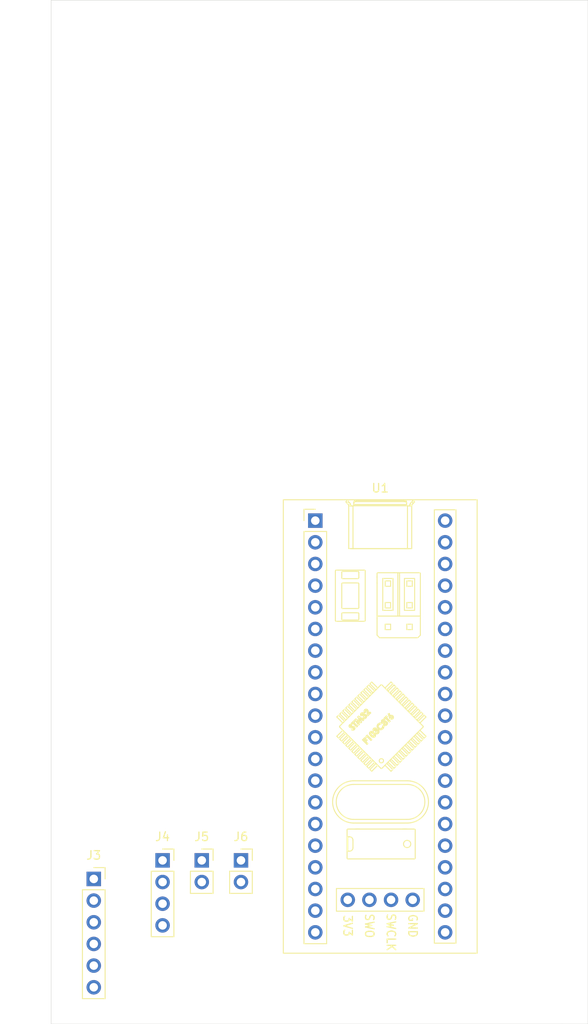
<source format=kicad_pcb>
(kicad_pcb (version 20171130) (host pcbnew 5.1.9+dfsg1-1)

  (general
    (thickness 1.6)
    (drawings 5)
    (tracks 0)
    (zones 0)
    (modules 5)
    (nets 38)
  )

  (page A4)
  (layers
    (0 F.Cu signal)
    (31 B.Cu signal)
    (32 B.Adhes user)
    (33 F.Adhes user)
    (34 B.Paste user)
    (35 F.Paste user)
    (36 B.SilkS user)
    (37 F.SilkS user)
    (38 B.Mask user)
    (39 F.Mask user)
    (40 Dwgs.User user)
    (41 Cmts.User user)
    (42 Eco1.User user)
    (43 Eco2.User user)
    (44 Edge.Cuts user)
    (45 Margin user)
    (46 B.CrtYd user)
    (47 F.CrtYd user)
    (48 B.Fab user)
    (49 F.Fab user)
  )

  (setup
    (last_trace_width 0.25)
    (trace_clearance 0.2)
    (zone_clearance 0.508)
    (zone_45_only no)
    (trace_min 0.2)
    (via_size 0.8)
    (via_drill 0.4)
    (via_min_size 0.4)
    (via_min_drill 0.3)
    (uvia_size 0.3)
    (uvia_drill 0.1)
    (uvias_allowed no)
    (uvia_min_size 0.2)
    (uvia_min_drill 0.1)
    (edge_width 0.05)
    (segment_width 0.2)
    (pcb_text_width 0.3)
    (pcb_text_size 1.5 1.5)
    (mod_edge_width 0.12)
    (mod_text_size 1 1)
    (mod_text_width 0.15)
    (pad_size 1.7 1.7)
    (pad_drill 1)
    (pad_to_mask_clearance 0)
    (aux_axis_origin 0 0)
    (visible_elements FFFFF77F)
    (pcbplotparams
      (layerselection 0x01020_ffffffff)
      (usegerberextensions false)
      (usegerberattributes true)
      (usegerberadvancedattributes true)
      (creategerberjobfile true)
      (excludeedgelayer true)
      (linewidth 0.100000)
      (plotframeref false)
      (viasonmask false)
      (mode 1)
      (useauxorigin false)
      (hpglpennumber 1)
      (hpglpenspeed 20)
      (hpglpendiameter 15.000000)
      (psnegative false)
      (psa4output false)
      (plotreference true)
      (plotvalue true)
      (plotinvisibletext false)
      (padsonsilk false)
      (subtractmaskfromsilk false)
      (outputformat 2)
      (mirror false)
      (drillshape 0)
      (scaleselection 1)
      (outputdirectory "huellas"))
  )

  (net 0 "")
  (net 1 "Net-(J3-Pad1)")
  (net 2 "Net-(J3-Pad2)")
  (net 3 /PB8)
  (net 4 "Net-(J3-Pad4)")
  (net 5 "Net-(J3-Pad5)")
  (net 6 "Net-(J3-Pad6)")
  (net 7 "Net-(J4-Pad1)")
  (net 8 "Net-(J4-Pad2)")
  (net 9 "Net-(J4-Pad3)")
  (net 10 "Net-(J4-Pad4)")
  (net 11 "Net-(J5-Pad2)")
  (net 12 "Net-(J5-Pad1)")
  (net 13 "Net-(J6-Pad1)")
  (net 14 "Net-(J6-Pad2)")
  (net 15 "Net-(J1-Pad2)")
  (net 16 "Net-(J1-Pad1)")
  (net 17 "Net-(U1-Pad3)")
  (net 18 "Net-(U1-Pad4)")
  (net 19 "Net-(U1-Pad5)")
  (net 20 "Net-(J2-Pad2)")
  (net 21 "Net-(J2-Pad1)")
  (net 22 "Net-(U1-Pad8)")
  (net 23 "Net-(U1-Pad32)")
  (net 24 "Net-(U1-Pad9)")
  (net 25 "Net-(U1-Pad31)")
  (net 26 "Net-(U1-Pad10)")
  (net 27 "Net-(U1-Pad30)")
  (net 28 "Net-(U1-Pad29)")
  (net 29 "Net-(U1-Pad28)")
  (net 30 "Net-(U1-Pad27)")
  (net 31 "Net-(U1-Pad14)")
  (net 32 "Net-(U1-Pad15)")
  (net 33 "Net-(U1-Pad24)")
  (net 34 "Net-(U1-Pad23)")
  (net 35 "Net-(U1-Pad22)")
  (net 36 "Net-(U1-Pad21)")
  (net 37 "Net-(U1-Pad20)")

  (net_class Default "This is the default net class."
    (clearance 0.2)
    (trace_width 0.25)
    (via_dia 0.8)
    (via_drill 0.4)
    (uvia_dia 0.3)
    (uvia_drill 0.1)
    (add_net /PB8)
    (add_net "Net-(J1-Pad1)")
    (add_net "Net-(J1-Pad2)")
    (add_net "Net-(J2-Pad1)")
    (add_net "Net-(J2-Pad2)")
    (add_net "Net-(J3-Pad1)")
    (add_net "Net-(J3-Pad2)")
    (add_net "Net-(J3-Pad4)")
    (add_net "Net-(J3-Pad5)")
    (add_net "Net-(J3-Pad6)")
    (add_net "Net-(J4-Pad1)")
    (add_net "Net-(J4-Pad2)")
    (add_net "Net-(J4-Pad3)")
    (add_net "Net-(J4-Pad4)")
    (add_net "Net-(J5-Pad1)")
    (add_net "Net-(J5-Pad2)")
    (add_net "Net-(J6-Pad1)")
    (add_net "Net-(J6-Pad2)")
    (add_net "Net-(U1-Pad10)")
    (add_net "Net-(U1-Pad14)")
    (add_net "Net-(U1-Pad15)")
    (add_net "Net-(U1-Pad20)")
    (add_net "Net-(U1-Pad21)")
    (add_net "Net-(U1-Pad22)")
    (add_net "Net-(U1-Pad23)")
    (add_net "Net-(U1-Pad24)")
    (add_net "Net-(U1-Pad27)")
    (add_net "Net-(U1-Pad28)")
    (add_net "Net-(U1-Pad29)")
    (add_net "Net-(U1-Pad3)")
    (add_net "Net-(U1-Pad30)")
    (add_net "Net-(U1-Pad31)")
    (add_net "Net-(U1-Pad32)")
    (add_net "Net-(U1-Pad4)")
    (add_net "Net-(U1-Pad5)")
    (add_net "Net-(U1-Pad8)")
    (add_net "Net-(U1-Pad9)")
  )

  (module bluepill:YAAJ_BluePill_SWD_1 (layer F.Cu) (tedit 5F81AFA7) (tstamp 627AE85F)
    (at 121 116)
    (descr "Through hole headers for BluePill module. No SWD breakout. Fancy silkscreen.")
    (tags "module BlluePill Blue Pill header SWD breakout")
    (path /62792769)
    (fp_text reference U1 (at 7.62 -3.81) (layer F.SilkS)
      (effects (font (size 1 1) (thickness 0.15)))
    )
    (fp_text value YAAJ_BlackPill_Part_Like_SWD_Breakout (at 20.32 24.13 90) (layer F.Fab) hide
      (effects (font (size 1 1) (thickness 0.15)))
    )
    (fp_line (start 2.54 45.72) (end 2.54 43.18) (layer F.Fab) (width 0.1))
    (fp_line (start 12.7 45.72) (end 2.54 45.72) (layer F.Fab) (width 0.1))
    (fp_line (start 12.7 43.18) (end 12.7 45.72) (layer F.Fab) (width 0.1))
    (fp_line (start 2.54 43.18) (end 12.7 43.18) (layer F.Fab) (width 0.1))
    (fp_line (start 13.97 49.53) (end 13.97 -1.27) (layer F.Fab) (width 0.1))
    (fp_line (start 16.51 49.53) (end 13.97 49.53) (layer F.Fab) (width 0.1))
    (fp_line (start 16.51 -1.27) (end 16.51 49.53) (layer F.Fab) (width 0.1))
    (fp_line (start 13.97 -1.27) (end 16.51 -1.27) (layer F.Fab) (width 0.1))
    (fp_line (start -1.27 49.53) (end -1.27 -0.635) (layer F.Fab) (width 0.1))
    (fp_line (start 1.27 49.53) (end -1.27 49.53) (layer F.Fab) (width 0.1))
    (fp_line (start 1.27 -1.27) (end 1.27 49.53) (layer F.Fab) (width 0.1))
    (fp_line (start -0.635 -1.27) (end 1.27 -1.27) (layer F.Fab) (width 0.1))
    (fp_line (start -1.27 -0.635) (end -0.635 -1.27) (layer F.Fab) (width 0.1))
    (fp_line (start 11.52 3.48) (end 11.52 -2.32) (layer F.Fab) (width 0.1))
    (fp_line (start 3.72 3.48) (end 3.72 -2.32) (layer F.Fab) (width 0.1))
    (fp_line (start 3.72 3.48) (end 11.52 3.48) (layer F.Fab) (width 0.1))
    (fp_line (start -3.755 -2.445) (end 18.995 -2.445) (layer F.SilkS) (width 0.12))
    (fp_line (start 18.995 -2.445) (end 18.995 50.705) (layer F.SilkS) (width 0.12))
    (fp_line (start 18.995 50.705) (end -3.755 50.705) (layer F.SilkS) (width 0.12))
    (fp_line (start -3.755 50.705) (end -3.755 -2.445) (layer F.SilkS) (width 0.12))
    (fp_line (start 2.48 43.12) (end 2.48 45.78) (layer F.SilkS) (width 0.12))
    (fp_line (start 2.48 45.78) (end 12.76 45.78) (layer F.SilkS) (width 0.12))
    (fp_line (start 12.76 45.78) (end 12.76 43.12) (layer F.SilkS) (width 0.12))
    (fp_line (start 12.76 43.12) (end 2.48 43.12) (layer F.SilkS) (width 0.12))
    (fp_line (start 18.92 -2.37) (end 18.92 50.63) (layer F.Fab) (width 0.12))
    (fp_line (start -3.68 50.63) (end 18.92 50.63) (layer F.Fab) (width 0.12))
    (fp_line (start -3.68 50.63) (end -3.68 -2.32) (layer F.Fab) (width 0.12))
    (fp_line (start -3.68 -2.37) (end 18.92 -2.37) (layer F.Fab) (width 0.12))
    (fp_line (start -3.93 -2.62) (end 19.17 -2.62) (layer F.CrtYd) (width 0.05))
    (fp_line (start 19.17 -2.62) (end 19.17 50.88) (layer F.CrtYd) (width 0.05))
    (fp_line (start 19.17 50.88) (end -3.93 50.88) (layer F.CrtYd) (width 0.05))
    (fp_line (start -3.93 50.88) (end -3.93 -2.62) (layer F.CrtYd) (width 0.05))
    (fp_line (start -1.8 -1.8) (end -1.8 50.06) (layer F.CrtYd) (width 0.05))
    (fp_line (start -1.8 50.06) (end 1.8 50.06) (layer F.CrtYd) (width 0.05))
    (fp_line (start 1.8 -1.8) (end -1.8 -1.8) (layer F.CrtYd) (width 0.05))
    (fp_line (start 13.44 -1.8) (end 17.04 -1.8) (layer F.CrtYd) (width 0.05))
    (fp_line (start 17.04 -1.8) (end 17.04 50.06) (layer F.CrtYd) (width 0.05))
    (fp_line (start 17.04 50.06) (end 13.44 50.06) (layer F.CrtYd) (width 0.05))
    (fp_line (start 1.8 43.18) (end 13.44 43.18) (layer F.CrtYd) (width 0.05))
    (fp_line (start 13.44 45.72) (end 1.8 45.72) (layer F.CrtYd) (width 0.05))
    (fp_line (start 1.8 -1.8) (end 1.8 43.18) (layer F.CrtYd) (width 0.05))
    (fp_line (start 1.8 45.72) (end 1.8 50.06) (layer F.CrtYd) (width 0.05))
    (fp_line (start 13.44 -1.8) (end 13.44 43.18) (layer F.CrtYd) (width 0.05))
    (fp_line (start 13.44 45.72) (end 13.44 50.06) (layer F.CrtYd) (width 0.05))
    (fp_line (start -1.33 1.27) (end 1.33 1.27) (layer F.SilkS) (width 0.12))
    (fp_line (start 1.33 1.27) (end 1.33 49.59) (layer F.SilkS) (width 0.12))
    (fp_line (start 1.33 49.59) (end -1.33 49.59) (layer F.SilkS) (width 0.12))
    (fp_line (start -1.33 49.59) (end -1.33 1.27) (layer F.SilkS) (width 0.12))
    (fp_line (start 13.97 -1.27) (end 16.51 -1.27) (layer F.SilkS) (width 0.12))
    (fp_line (start 16.51 -1.27) (end 16.51 49.53) (layer F.SilkS) (width 0.12))
    (fp_line (start 16.51 49.53) (end 13.97 49.53) (layer F.SilkS) (width 0.12))
    (fp_line (start 13.97 49.53) (end 13.97 -1.27) (layer F.SilkS) (width 0.12))
    (fp_line (start -1.33 0) (end -1.33 -1.33) (layer F.SilkS) (width 0.12))
    (fp_line (start -1.33 -1.33) (end 0 -1.33) (layer F.SilkS) (width 0.12))
    (fp_line (start 7.697586 23.855152) (end 7.555003 23.876234) (layer F.SilkS) (width 0.12))
    (fp_line (start 7.555003 23.876234) (end 7.460255 23.938229) (layer F.SilkS) (width 0.12))
    (fp_line (start 8.049227 24.071449) (end 8.015512 24.269237) (layer F.SilkS) (width 0.12))
    (fp_line (start 8.015512 24.269237) (end 7.924825 24.398337) (layer F.SilkS) (width 0.12))
    (fp_line (start 7.368786 23.839323) (end 7.542176 23.735568) (layer F.SilkS) (width 0.12))
    (fp_line (start 7.542176 23.735568) (end 7.700667 23.718639) (layer F.SilkS) (width 0.12))
    (fp_line (start 6.095335 22.519978) (end 6.08005 22.368478) (layer F.SilkS) (width 0.12))
    (fp_line (start 6.08005 22.368478) (end 6.027025 22.262569) (layer F.SilkS) (width 0.12))
    (fp_line (start 5.887112 22.2614) (end 5.862298 22.307327) (layer F.SilkS) (width 0.12))
    (fp_line (start 5.862298 22.307327) (end 5.865551 22.359758) (layer F.SilkS) (width 0.12))
    (fp_line (start 5.865551 22.359758) (end 5.908891 22.429996) (layer F.SilkS) (width 0.12))
    (fp_line (start 11.316427 -1.7285) (end 11.311486 -1.720331) (layer F.SilkS) (width 0.12))
    (fp_line (start 11.311486 -1.720331) (end 11.309896 -1.72) (layer F.SilkS) (width 0.12))
    (fp_line (start 3.923572 -1.7285) (end 3.928513 -1.720331) (layer F.SilkS) (width 0.12))
    (fp_line (start 3.928513 -1.720331) (end 3.930103 -1.72) (layer F.SilkS) (width 0.12))
    (fp_line (start 4.333623 24.41321) (end 4.424185 24.423743) (layer F.SilkS) (width 0.12))
    (fp_line (start 4.424185 24.423743) (end 4.458932 24.414597) (layer F.SilkS) (width 0.12))
    (fp_line (start 4.458932 24.414597) (end 4.488515 24.3943) (layer F.SilkS) (width 0.12))
    (fp_line (start 4.412026 24.115962) (end 4.518398 24.134959) (layer F.SilkS) (width 0.12))
    (fp_line (start 4.518398 24.134959) (end 4.588483 24.182784) (layer F.SilkS) (width 0.12))
    (fp_line (start 4.282524 24.12308) (end 4.354997 24.118084) (layer F.SilkS) (width 0.12))
    (fp_line (start 4.354997 24.118084) (end 4.412026 24.115962) (layer F.SilkS) (width 0.12))
    (fp_line (start 4.14208 24.126692) (end 4.220755 24.126718) (layer F.SilkS) (width 0.12))
    (fp_line (start 4.220755 24.126718) (end 4.282524 24.12308) (layer F.SilkS) (width 0.12))
    (fp_line (start 4.107872 24.110119) (end 4.125741 24.122121) (layer F.SilkS) (width 0.12))
    (fp_line (start 4.125741 24.122121) (end 4.14208 24.126692) (layer F.SilkS) (width 0.12))
    (fp_circle (center 10.779145 37.902809) (end 11.205021 37.902809) (layer F.SilkS) (width 0.12))
    (fp_line (start 5.371761 22.871938) (end 5.331271 22.800832) (layer F.SilkS) (width 0.12))
    (fp_line (start 5.331271 22.800832) (end 5.318962 22.737762) (layer F.SilkS) (width 0.12))
    (fp_line (start 5.318962 22.737762) (end 5.339459 22.637095) (layer F.SilkS) (width 0.12))
    (fp_line (start 5.339459 22.637095) (end 5.386847 22.57129) (layer F.SilkS) (width 0.12))
    (fp_line (start 5.851842 22.876081) (end 5.827332 22.858131) (layer F.SilkS) (width 0.12))
    (fp_line (start 5.827332 22.858131) (end 5.798451 22.848751) (layer F.SilkS) (width 0.12))
    (fp_line (start 5.798451 22.848751) (end 5.738152 22.853606) (layer F.SilkS) (width 0.12))
    (fp_line (start 5.738152 22.853606) (end 5.636927 22.919532) (layer F.SilkS) (width 0.12))
    (fp_line (start 5.548538 22.831144) (end 5.600222 22.752287) (layer F.SilkS) (width 0.12))
    (fp_line (start 5.600222 22.752287) (end 5.605137 22.705506) (layer F.SilkS) (width 0.12))
    (fp_line (start 5.605137 22.705506) (end 5.598399 22.682842) (layer F.SilkS) (width 0.12))
    (fp_line (start 5.598399 22.682842) (end 5.584871 22.663503) (layer F.SilkS) (width 0.12))
    (fp_circle (center 7.754498 28.148576) (end 8.004498 28.148576) (layer F.SilkS) (width 0.12))
    (fp_line (start 8.775457 23.216037) (end 8.717659 23.127483) (layer F.SilkS) (width 0.12))
    (fp_line (start 8.717659 23.127483) (end 8.688449 23.04914) (layer F.SilkS) (width 0.12))
    (fp_line (start 8.132729 23.375603) (end 8.182435 23.455782) (layer F.SilkS) (width 0.12))
    (fp_line (start 8.182435 23.455782) (end 8.195514 23.529327) (layer F.SilkS) (width 0.12))
    (fp_line (start 8.044872 23.954058) (end 7.982608 23.845031) (layer F.SilkS) (width 0.12))
    (fp_line (start 7.982608 23.845031) (end 7.979112 23.745729) (layer F.SilkS) (width 0.12))
    (fp_line (start 7.979112 23.745729) (end 7.886495 23.723372) (layer F.SilkS) (width 0.12))
    (fp_line (start 7.886495 23.723372) (end 7.825282 23.680075) (layer F.SilkS) (width 0.12))
    (fp_line (start 7.368786 23.839323) (end 7.542176 23.735568) (layer F.SilkS) (width 0.12))
    (fp_line (start 7.542176 23.735568) (end 7.700667 23.718639) (layer F.SilkS) (width 0.12))
    (fp_line (start 7.697586 23.855152) (end 7.555003 23.876234) (layer F.SilkS) (width 0.12))
    (fp_line (start 7.555003 23.876234) (end 7.460255 23.938229) (layer F.SilkS) (width 0.12))
    (fp_line (start 8.049227 24.071449) (end 8.015512 24.269237) (layer F.SilkS) (width 0.12))
    (fp_line (start 8.015512 24.269237) (end 7.924825 24.398337) (layer F.SilkS) (width 0.12))
    (fp_line (start 6.833569 24.660102) (end 6.793079 24.588996) (layer F.SilkS) (width 0.12))
    (fp_line (start 6.793079 24.588996) (end 6.780769 24.525926) (layer F.SilkS) (width 0.12))
    (fp_line (start 6.780769 24.525926) (end 6.801266 24.425259) (layer F.SilkS) (width 0.12))
    (fp_line (start 6.801266 24.425259) (end 6.848654 24.359455) (layer F.SilkS) (width 0.12))
    (fp_line (start 7.313649 24.664246) (end 7.289139 24.646296) (layer F.SilkS) (width 0.12))
    (fp_line (start 7.289139 24.646296) (end 7.260258 24.636916) (layer F.SilkS) (width 0.12))
    (fp_line (start 7.260258 24.636916) (end 7.199959 24.64177) (layer F.SilkS) (width 0.12))
    (fp_line (start 7.199959 24.64177) (end 7.098734 24.707696) (layer F.SilkS) (width 0.12))
    (fp_line (start 7.010345 24.619308) (end 7.062029 24.540451) (layer F.SilkS) (width 0.12))
    (fp_line (start 7.062029 24.540451) (end 7.066944 24.49367) (layer F.SilkS) (width 0.12))
    (fp_line (start 7.066944 24.49367) (end 7.060206 24.471006) (layer F.SilkS) (width 0.12))
    (fp_line (start 7.060206 24.471006) (end 7.046678 24.451667) (layer F.SilkS) (width 0.12))
    (fp_line (start 6.364537 24.98784) (end 6.372776 24.86301) (layer F.SilkS) (width 0.12))
    (fp_line (start 6.372776 24.86301) (end 6.427429 24.78068) (layer F.SilkS) (width 0.12))
    (fp_line (start 6.427429 24.78068) (end 6.479733 24.739572) (layer F.SilkS) (width 0.12))
    (fp_line (start 6.479733 24.739572) (end 6.541348 24.714728) (layer F.SilkS) (width 0.12))
    (fp_line (start 6.541348 24.714728) (end 6.607609 24.710244) (layer F.SilkS) (width 0.12))
    (fp_line (start 6.607609 24.710244) (end 6.67257 24.724603) (layer F.SilkS) (width 0.12))
    (fp_line (start 6.67257 24.724603) (end 6.788459 24.789465) (layer F.SilkS) (width 0.12))
    (fp_line (start 6.788459 24.789465) (end 6.888174 24.877886) (layer F.SilkS) (width 0.12))
    (fp_line (start 6.888174 24.877886) (end 6.97622 24.977084) (layer F.SilkS) (width 0.12))
    (fp_line (start 6.97622 24.977084) (end 7.041233 25.09219) (layer F.SilkS) (width 0.12))
    (fp_line (start 7.041233 25.09219) (end 7.056884 25.156539) (layer F.SilkS) (width 0.12))
    (fp_line (start 7.056884 25.156539) (end 7.054126 25.222564) (layer F.SilkS) (width 0.12))
    (fp_line (start 7.054126 25.222564) (end 7.029035 25.283696) (layer F.SilkS) (width 0.12))
    (fp_line (start 7.029035 25.283696) (end 6.987717 25.335445) (layer F.SilkS) (width 0.12))
    (fp_line (start 6.987717 25.335445) (end 6.936418 25.376557) (layer F.SilkS) (width 0.12))
    (fp_line (start 6.936418 25.376557) (end 6.876026 25.402241) (layer F.SilkS) (width 0.12))
    (fp_line (start 6.876026 25.402241) (end 6.810594 25.407266) (layer F.SilkS) (width 0.12))
    (fp_line (start 6.810594 25.407266) (end 6.746271 25.393761) (layer F.SilkS) (width 0.12))
    (fp_line (start 6.746271 25.393761) (end 6.631315 25.330602) (layer F.SilkS) (width 0.12))
    (fp_line (start 6.631315 25.330602) (end 6.532815 25.243232) (layer F.SilkS) (width 0.12))
    (fp_line (start 6.532815 25.243232) (end 6.420801 25.111107) (layer F.SilkS) (width 0.12))
    (fp_line (start 6.420801 25.111107) (end 6.364537 24.98784) (layer F.SilkS) (width 0.12))
    (fp_line (start 5.887112 22.2614) (end 5.862298 22.307327) (layer F.SilkS) (width 0.12))
    (fp_line (start 5.862298 22.307327) (end 5.865551 22.359758) (layer F.SilkS) (width 0.12))
    (fp_line (start 5.865551 22.359758) (end 5.908891 22.429996) (layer F.SilkS) (width 0.12))
    (fp_line (start 6.095335 22.519978) (end 6.08005 22.368478) (layer F.SilkS) (width 0.12))
    (fp_line (start 6.08005 22.368478) (end 6.027025 22.262569) (layer F.SilkS) (width 0.12))
    (fp_line (start 5.371761 22.871938) (end 5.331271 22.800832) (layer F.SilkS) (width 0.12))
    (fp_line (start 5.331271 22.800832) (end 5.318962 22.737762) (layer F.SilkS) (width 0.12))
    (fp_line (start 5.318962 22.737762) (end 5.339459 22.637095) (layer F.SilkS) (width 0.12))
    (fp_line (start 5.339459 22.637095) (end 5.386847 22.57129) (layer F.SilkS) (width 0.12))
    (fp_line (start 5.851842 22.876081) (end 5.827332 22.858131) (layer F.SilkS) (width 0.12))
    (fp_line (start 5.827332 22.858131) (end 5.798451 22.848751) (layer F.SilkS) (width 0.12))
    (fp_line (start 5.798451 22.848751) (end 5.738152 22.853606) (layer F.SilkS) (width 0.12))
    (fp_line (start 5.738152 22.853606) (end 5.636927 22.919532) (layer F.SilkS) (width 0.12))
    (fp_line (start 5.548538 22.831144) (end 5.600222 22.752287) (layer F.SilkS) (width 0.12))
    (fp_line (start 5.600222 22.752287) (end 5.605137 22.705506) (layer F.SilkS) (width 0.12))
    (fp_line (start 5.605137 22.705506) (end 5.598399 22.682842) (layer F.SilkS) (width 0.12))
    (fp_line (start 5.598399 22.682842) (end 5.584871 22.663503) (layer F.SilkS) (width 0.12))
    (fp_line (start 4.107872 24.110119) (end 4.125741 24.122121) (layer F.SilkS) (width 0.12))
    (fp_line (start 4.125741 24.122121) (end 4.14208 24.126692) (layer F.SilkS) (width 0.12))
    (fp_line (start 4.14208 24.126692) (end 4.220755 24.126718) (layer F.SilkS) (width 0.12))
    (fp_line (start 4.220755 24.126718) (end 4.282524 24.12308) (layer F.SilkS) (width 0.12))
    (fp_line (start 4.282524 24.12308) (end 4.354997 24.118084) (layer F.SilkS) (width 0.12))
    (fp_line (start 4.354997 24.118084) (end 4.412026 24.115962) (layer F.SilkS) (width 0.12))
    (fp_line (start 4.412026 24.115962) (end 4.518398 24.134959) (layer F.SilkS) (width 0.12))
    (fp_line (start 4.518398 24.134959) (end 4.588483 24.182784) (layer F.SilkS) (width 0.12))
    (fp_line (start 4.333623 24.41321) (end 4.424185 24.423743) (layer F.SilkS) (width 0.12))
    (fp_line (start 4.424185 24.423743) (end 4.458932 24.414597) (layer F.SilkS) (width 0.12))
    (fp_line (start 4.458932 24.414597) (end 4.488515 24.3943) (layer F.SilkS) (width 0.12))
    (fp_line (start 6.792987 24.973074) (end 6.671389 24.872563) (layer F.SilkS) (width 0.12))
    (fp_line (start 6.671389 24.872563) (end 6.597089 24.847809) (layer F.SilkS) (width 0.12))
    (fp_line (start 6.597089 24.847809) (end 6.558056 24.852479) (layer F.SilkS) (width 0.12))
    (fp_line (start 6.558056 24.852479) (end 6.524953 24.873531) (layer F.SilkS) (width 0.12))
    (fp_line (start 6.524953 24.873531) (end 6.502581 24.907552) (layer F.SilkS) (width 0.12))
    (fp_line (start 6.502581 24.907552) (end 6.496047 24.947725) (layer F.SilkS) (width 0.12))
    (fp_line (start 6.496047 24.947725) (end 6.523847 25.023989) (layer F.SilkS) (width 0.12))
    (fp_line (start 6.523847 25.023989) (end 6.629064 25.149107) (layer F.SilkS) (width 0.12))
    (fp_line (start 6.629064 25.149107) (end 6.748762 25.246368) (layer F.SilkS) (width 0.12))
    (fp_line (start 6.748762 25.246368) (end 6.822121 25.268209) (layer F.SilkS) (width 0.12))
    (fp_line (start 6.822121 25.268209) (end 6.860038 25.261859) (layer F.SilkS) (width 0.12))
    (fp_line (start 6.860038 25.261859) (end 6.892105 25.240682) (layer F.SilkS) (width 0.12))
    (fp_line (start 6.913777 25.146132) (end 6.855817 25.042677) (layer F.SilkS) (width 0.12))
    (fp_line (start 6.855817 25.042677) (end 6.792987 24.973074) (layer F.SilkS) (width 0.12))
    (fp_line (start 8.132729 23.375603) (end 8.182435 23.455782) (layer F.SilkS) (width 0.12))
    (fp_line (start 8.182435 23.455782) (end 8.195514 23.529327) (layer F.SilkS) (width 0.12))
    (fp_line (start 7.979112 23.745729) (end 7.886495 23.723372) (layer F.SilkS) (width 0.12))
    (fp_line (start 7.886495 23.723372) (end 7.825282 23.680075) (layer F.SilkS) (width 0.12))
    (fp_line (start 8.044872 23.954058) (end 7.982608 23.845031) (layer F.SilkS) (width 0.12))
    (fp_line (start 7.982608 23.845031) (end 7.979112 23.745729) (layer F.SilkS) (width 0.12))
    (fp_line (start 7.010345 24.619308) (end 7.062029 24.540451) (layer F.SilkS) (width 0.12))
    (fp_line (start 7.062029 24.540451) (end 7.066944 24.49367) (layer F.SilkS) (width 0.12))
    (fp_line (start 7.066944 24.49367) (end 7.060206 24.471006) (layer F.SilkS) (width 0.12))
    (fp_line (start 7.060206 24.471006) (end 7.046678 24.451667) (layer F.SilkS) (width 0.12))
    (fp_line (start 7.313649 24.664246) (end 7.289139 24.646296) (layer F.SilkS) (width 0.12))
    (fp_line (start 7.289139 24.646296) (end 7.260258 24.636916) (layer F.SilkS) (width 0.12))
    (fp_line (start 7.260258 24.636916) (end 7.199959 24.64177) (layer F.SilkS) (width 0.12))
    (fp_line (start 7.199959 24.64177) (end 7.098734 24.707696) (layer F.SilkS) (width 0.12))
    (fp_line (start 6.780769 24.525926) (end 6.801266 24.425259) (layer F.SilkS) (width 0.12))
    (fp_line (start 6.801266 24.425259) (end 6.848654 24.359455) (layer F.SilkS) (width 0.12))
    (fp_line (start 6.833569 24.660102) (end 6.793079 24.588996) (layer F.SilkS) (width 0.12))
    (fp_line (start 6.793079 24.588996) (end 6.780769 24.525926) (layer F.SilkS) (width 0.12))
    (fp_line (start 6.364537 24.98784) (end 6.372776 24.86301) (layer F.SilkS) (width 0.12))
    (fp_line (start 6.372776 24.86301) (end 6.427429 24.78068) (layer F.SilkS) (width 0.12))
    (fp_line (start 6.532815 25.243232) (end 6.420801 25.111107) (layer F.SilkS) (width 0.12))
    (fp_line (start 6.420801 25.111107) (end 6.364537 24.98784) (layer F.SilkS) (width 0.12))
    (fp_line (start 6.987717 25.335445) (end 6.936418 25.376557) (layer F.SilkS) (width 0.12))
    (fp_line (start 6.936418 25.376557) (end 6.876026 25.402241) (layer F.SilkS) (width 0.12))
    (fp_line (start 6.876026 25.402241) (end 6.810594 25.407266) (layer F.SilkS) (width 0.12))
    (fp_line (start 6.810594 25.407266) (end 6.746271 25.393761) (layer F.SilkS) (width 0.12))
    (fp_line (start 6.746271 25.393761) (end 6.631315 25.330602) (layer F.SilkS) (width 0.12))
    (fp_line (start 6.631315 25.330602) (end 6.532815 25.243232) (layer F.SilkS) (width 0.12))
    (fp_line (start 6.888174 24.877886) (end 6.97622 24.977084) (layer F.SilkS) (width 0.12))
    (fp_line (start 6.97622 24.977084) (end 7.041233 25.09219) (layer F.SilkS) (width 0.12))
    (fp_line (start 7.041233 25.09219) (end 7.056884 25.156539) (layer F.SilkS) (width 0.12))
    (fp_line (start 7.056884 25.156539) (end 7.054126 25.222564) (layer F.SilkS) (width 0.12))
    (fp_line (start 7.054126 25.222564) (end 7.029035 25.283696) (layer F.SilkS) (width 0.12))
    (fp_line (start 7.029035 25.283696) (end 6.987717 25.335445) (layer F.SilkS) (width 0.12))
    (fp_line (start 6.427429 24.78068) (end 6.479733 24.739572) (layer F.SilkS) (width 0.12))
    (fp_line (start 6.479733 24.739572) (end 6.541348 24.714728) (layer F.SilkS) (width 0.12))
    (fp_line (start 6.541348 24.714728) (end 6.607609 24.710244) (layer F.SilkS) (width 0.12))
    (fp_line (start 6.607609 24.710244) (end 6.67257 24.724603) (layer F.SilkS) (width 0.12))
    (fp_line (start 6.67257 24.724603) (end 6.788459 24.789465) (layer F.SilkS) (width 0.12))
    (fp_line (start 6.788459 24.789465) (end 6.888174 24.877886) (layer F.SilkS) (width 0.12))
    (fp_line (start 6.524953 24.873531) (end 6.502581 24.907552) (layer F.SilkS) (width 0.12))
    (fp_line (start 6.502581 24.907552) (end 6.496047 24.947725) (layer F.SilkS) (width 0.12))
    (fp_line (start 6.496047 24.947725) (end 6.523847 25.023989) (layer F.SilkS) (width 0.12))
    (fp_line (start 6.523847 25.023989) (end 6.629064 25.149107) (layer F.SilkS) (width 0.12))
    (fp_line (start 6.792987 24.973074) (end 6.671389 24.872563) (layer F.SilkS) (width 0.12))
    (fp_line (start 6.671389 24.872563) (end 6.597089 24.847809) (layer F.SilkS) (width 0.12))
    (fp_line (start 6.597089 24.847809) (end 6.558056 24.852479) (layer F.SilkS) (width 0.12))
    (fp_line (start 6.558056 24.852479) (end 6.524953 24.873531) (layer F.SilkS) (width 0.12))
    (fp_line (start 6.913777 25.146132) (end 6.855817 25.042677) (layer F.SilkS) (width 0.12))
    (fp_line (start 6.855817 25.042677) (end 6.792987 24.973074) (layer F.SilkS) (width 0.12))
    (fp_line (start 6.629064 25.149107) (end 6.748762 25.246368) (layer F.SilkS) (width 0.12))
    (fp_line (start 6.748762 25.246368) (end 6.822121 25.268209) (layer F.SilkS) (width 0.12))
    (fp_line (start 6.822121 25.268209) (end 6.860038 25.261859) (layer F.SilkS) (width 0.12))
    (fp_line (start 6.860038 25.261859) (end 6.892105 25.240682) (layer F.SilkS) (width 0.12))
    (fp_line (start 8.775457 23.216037) (end 8.717659 23.127483) (layer F.SilkS) (width 0.12))
    (fp_line (start 8.717659 23.127483) (end 8.688449 23.04914) (layer F.SilkS) (width 0.12))
    (fp_line (start 10.46 6.78) (end 11.66 6.78) (layer F.SilkS) (width 0.12))
    (fp_line (start 10.46 10.52) (end 10.46 6.78) (layer F.SilkS) (width 0.12))
    (fp_line (start 9.89 6.1595) (end 9.89 11.19) (layer F.SilkS) (width 0.12))
    (fp_line (start 12.23 11.19) (end 9.69 11.19) (layer F.SilkS) (width 0.12))
    (fp_line (start 12.33 6.21) (end 12.33 11.09) (layer F.SilkS) (width 0.12))
    (fp_line (start 11.66 10.52) (end 10.46 10.52) (layer F.SilkS) (width 0.12))
    (fp_line (start 11.66 6.78) (end 11.66 10.52) (layer F.SilkS) (width 0.12))
    (fp_line (start 6.06527 26.230695) (end 5.53494 25.700365) (layer F.SilkS) (width 0.12))
    (fp_line (start 6.160458 26.135508) (end 6.06527 26.230695) (layer F.SilkS) (width 0.12))
    (fp_line (start 5.922489 25.897539) (end 6.160458 26.135508) (layer F.SilkS) (width 0.12))
    (fp_line (start 6.085667 25.734361) (end 5.922489 25.897539) (layer F.SilkS) (width 0.12))
    (fp_line (start 5.99048 25.639173) (end 6.085667 25.734361) (layer F.SilkS) (width 0.12))
    (fp_line (start 5.827301 25.802352) (end 5.99048 25.639173) (layer F.SilkS) (width 0.12))
    (fp_line (start 5.725315 25.700365) (end 5.827301 25.802352) (layer F.SilkS) (width 0.12))
    (fp_line (start 5.888493 25.537187) (end 5.725315 25.700365) (layer F.SilkS) (width 0.12))
    (fp_line (start 5.793306 25.441999) (end 5.888493 25.537187) (layer F.SilkS) (width 0.12))
    (fp_line (start 5.53494 25.700365) (end 5.793306 25.441999) (layer F.SilkS) (width 0.12))
    (fp_line (start 9.69 11.19) (end 7.35 11.19) (layer F.SilkS) (width 0.12))
    (fp_line (start 7.92 6.78) (end 9.12 6.78) (layer F.SilkS) (width 0.12))
    (fp_line (start 7.92 10.52) (end 7.92 6.78) (layer F.SilkS) (width 0.12))
    (fp_line (start 7.35 6.11) (end 12.23 6.11) (layer F.SilkS) (width 0.12))
    (fp_line (start 9.12 6.78) (end 9.12 10.52) (layer F.SilkS) (width 0.12))
    (fp_line (start 9.69 11.19) (end 9.69 6.11) (layer F.SilkS) (width 0.12))
    (fp_line (start 9.12 10.52) (end 7.92 10.52) (layer F.SilkS) (width 0.12))
    (fp_line (start 7.25 11.09) (end 7.25 6.21) (layer F.SilkS) (width 0.12))
    (fp_line (start 7.249 6.502003) (end 7.249 6.691106) (layer F.SilkS) (width 0.12))
    (fp_line (start 7.249 7.314503) (end 7.249 7.359375) (layer F.SilkS) (width 0.12))
    (fp_line (start 7.249 7.23117) (end 7.249 7.265124) (layer F.SilkS) (width 0.12))
    (fp_line (start 7.700667 23.718639) (end 7.697586 23.855152) (layer F.SilkS) (width 0.12))
    (fp_line (start 7.910483 24.068049) (end 8.049227 24.071449) (layer F.SilkS) (width 0.12))
    (fp_line (start 4.236311 23.749023) (end 4.521874 23.46346) (layer F.SilkS) (width 0.12))
    (fp_line (start 4.521874 23.46346) (end 4.617061 23.558648) (layer F.SilkS) (width 0.12))
    (fp_line (start 4.617061 23.558648) (end 4.521874 23.653835) (layer F.SilkS) (width 0.12))
    (fp_line (start 4.521874 23.653835) (end 4.957016 24.088978) (layer F.SilkS) (width 0.12))
    (fp_line (start 4.957016 24.088978) (end 4.861829 24.184165) (layer F.SilkS) (width 0.12))
    (fp_line (start 4.861829 24.184165) (end 4.426686 23.749023) (layer F.SilkS) (width 0.12))
    (fp_line (start 4.426686 23.749023) (end 4.331499 23.84421) (layer F.SilkS) (width 0.12))
    (fp_line (start 4.331499 23.84421) (end 4.236311 23.749023) (layer F.SilkS) (width 0.12))
    (fp_line (start 5.908891 22.429996) (end 5.813703 22.525184) (layer F.SilkS) (width 0.12))
    (fp_line (start 6.232273 22.510098) (end 6.240347 22.62887) (layer F.SilkS) (width 0.12))
    (fp_line (start 6.240347 22.62887) (end 6.418823 22.450394) (layer F.SilkS) (width 0.12))
    (fp_line (start 6.418823 22.450394) (end 6.507212 22.538782) (layer F.SilkS) (width 0.12))
    (fp_line (start 6.507212 22.538782) (end 6.153658 22.892336) (layer F.SilkS) (width 0.12))
    (fp_line (start 6.153658 22.892336) (end 6.105427 22.844104) (layer F.SilkS) (width 0.12))
    (fp_line (start 6.105427 22.844104) (end 6.095335 22.519978) (layer F.SilkS) (width 0.12))
    (fp_line (start 4.50795 30.922588) (end 10.80795 30.922588) (layer F.SilkS) (width 0.12))
    (fp_line (start 10.80795 35.022588) (end 4.50795 35.022588) (layer F.SilkS) (width 0.12))
    (fp_line (start 10.80795 30.497588) (end 4.50795 30.497588) (layer F.SilkS) (width 0.12))
    (fp_line (start 4.50795 35.447588) (end 10.80795 35.447588) (layer F.SilkS) (width 0.12))
    (fp_line (start 4.52 -1.884569) (end 10.72 -1.884569) (layer F.SilkS) (width 0.12))
    (fp_line (start 4.52 -2.165211) (end 4.52 -1.82) (layer F.SilkS) (width 0.12))
    (fp_line (start 10.47 -2.226605) (end 4.77 -2.226605) (layer F.SilkS) (width 0.12))
    (fp_line (start 10.72 -2.165211) (end 10.72 -1.82) (layer F.SilkS) (width 0.12))
    (fp_line (start 10.47 -2.226605) (end 10.47 -2.37) (layer F.SilkS) (width 0.12))
    (fp_line (start 4.77 -2.226605) (end 4.77 -2.37) (layer F.SilkS) (width 0.12))
    (fp_line (start 10.47 -2.37) (end 4.77 -2.37) (layer F.SilkS) (width 0.12))
    (fp_line (start 10.758464 -1.741175) (end 4.481535 -1.741175) (layer F.SilkS) (width 0.12))
    (fp_line (start 4.42 -1.72) (end 4.423589 -1.720064) (layer F.SilkS) (width 0.12))
    (fp_line (start 10.82 -1.72) (end 10.81641 -1.720064) (layer F.SilkS) (width 0.12))
    (fp_line (start 10.81641 -1.720064) (end 10.81641 3.29) (layer F.SilkS) (width 0.12))
    (fp_line (start 11.309896 -1.72) (end 10.82 -1.72) (layer F.SilkS) (width 0.12))
    (fp_line (start 11.31641 -1.725575) (end 11.316427 -1.7285) (layer F.SilkS) (width 0.12))
    (fp_line (start 11.31641 -1.725575) (end 11.31641 3.28) (layer F.SilkS) (width 0.12))
    (fp_line (start 3.930103 -1.72) (end 4.42 -1.72) (layer F.SilkS) (width 0.12))
    (fp_line (start 11.31641 3.28) (end 3.923589 3.28) (layer F.SilkS) (width 0.12))
    (fp_line (start 3.923589 -1.725575) (end 3.923589 3.28) (layer F.SilkS) (width 0.12))
    (fp_line (start 3.923589 -1.725575) (end 3.923572 -1.7285) (layer F.SilkS) (width 0.12))
    (fp_line (start 4.423589 -1.720064) (end 4.423589 3.29) (layer F.SilkS) (width 0.12))
    (fp_line (start 11.070011 3.29) (end 4.169988 3.29) (layer F.SilkS) (width 0.12))
    (fp_line (start 11.079271 -1.82) (end 11.334927 -1.82) (layer F.SilkS) (width 0.12))
    (fp_line (start 11.070011 -1.72) (end 11.070011 -1.724215) (layer F.SilkS) (width 0.12))
    (fp_line (start 4.169988 -1.72) (end 4.169988 -1.724215) (layer F.SilkS) (width 0.12))
    (fp_line (start 4.160728 -1.82) (end 3.905072 -1.82) (layer F.SilkS) (width 0.12))
    (fp_line (start 11.194857 -2.054759) (end 11.472612 -2.37) (layer F.SilkS) (width 0.12))
    (fp_line (start 11.492215 -2.019531) (end 11.30734 -2.182422) (layer F.SilkS) (width 0.12))
    (fp_line (start 11.472612 -2.37) (end 11.657487 -2.207108) (layer F.SilkS) (width 0.12))
    (fp_line (start 11.657487 -2.207108) (end 11.378833 -1.890847) (layer F.SilkS) (width 0.12))
    (fp_line (start 3.582512 -2.207108) (end 3.861166 -1.890847) (layer F.SilkS) (width 0.12))
    (fp_line (start 3.767387 -2.37) (end 3.582512 -2.207108) (layer F.SilkS) (width 0.12))
    (fp_line (start 4.045142 -2.054759) (end 3.767387 -2.37) (layer F.SilkS) (width 0.12))
    (fp_line (start 3.747784 -2.019531) (end 3.932659 -2.182422) (layer F.SilkS) (width 0.12))
    (fp_line (start 5.757533 5.802277) (end 2.457533 5.802277) (layer F.SilkS) (width 0.12))
    (fp_line (start 2.457533 11.802277) (end 5.757533 11.802277) (layer F.SilkS) (width 0.12))
    (fp_line (start 2.357533 5.902277) (end 2.357533 11.702277) (layer F.SilkS) (width 0.12))
    (fp_line (start 5.857533 11.702277) (end 5.857533 5.902277) (layer F.SilkS) (width 0.12))
    (fp_line (start 3.107533 6.702277) (end 3.107533 6.052277) (layer F.SilkS) (width 0.12))
    (fp_line (start 5.107533 6.052277) (end 5.107533 6.702277) (layer F.SilkS) (width 0.12))
    (fp_line (start 3.207533 5.952277) (end 5.007533 5.952277) (layer F.SilkS) (width 0.12))
    (fp_line (start 5.007533 6.802277) (end 3.207533 6.802277) (layer F.SilkS) (width 0.12))
    (fp_line (start 5.107533 7.402277) (end 5.107533 10.202277) (layer F.SilkS) (width 0.12))
    (fp_line (start 3.107533 10.202277) (end 3.107533 7.402277) (layer F.SilkS) (width 0.12))
    (fp_line (start 3.207533 7.302277) (end 5.007533 7.302277) (layer F.SilkS) (width 0.12))
    (fp_line (start 5.007533 10.302277) (end 3.207533 10.302277) (layer F.SilkS) (width 0.12))
    (fp_line (start 3.107533 11.552277) (end 3.107533 10.902277) (layer F.SilkS) (width 0.12))
    (fp_line (start 5.007533 11.652277) (end 3.207533 11.652277) (layer F.SilkS) (width 0.12))
    (fp_line (start 3.207533 10.802277) (end 5.007533 10.802277) (layer F.SilkS) (width 0.12))
    (fp_line (start 5.107533 10.902277) (end 5.107533 11.552277) (layer F.SilkS) (width 0.12))
    (fp_line (start 5.762017 5.802378) (end 5.757533 5.802277) (layer F.SilkS) (width 0.12))
    (fp_line (start 4.300159 24.547174) (end 4.333623 24.41321) (layer F.SilkS) (width 0.12))
    (fp_line (start 4.252778 23.874275) (end 4.246722 24.010576) (layer F.SilkS) (width 0.12))
    (fp_line (start 4.020774 37.061767) (end 3.834188 37.061767) (layer F.SilkS) (width 0.12))
    (fp_line (start 3.834188 38.743851) (end 4.020774 38.743851) (layer F.SilkS) (width 0.12))
    (fp_line (start 4.420774 37.461767) (end 4.420774 38.343851) (layer F.SilkS) (width 0.12))
    (fp_line (start 3.72772 36.25219) (end 3.727718 36.252809) (layer F.SilkS) (width 0.12))
    (fp_line (start 3.8118 38.543851) (end 3.8118 37.261767) (layer F.SilkS) (width 0.12))
    (fp_line (start 3.727718 36.252809) (end 3.727718 39.552809) (layer F.SilkS) (width 0.12))
    (fp_line (start 11.628337 36.152811) (end 11.627718 36.152809) (layer F.SilkS) (width 0.12))
    (fp_line (start 3.827718 36.152809) (end 3.8271 36.152811) (layer F.SilkS) (width 0.12))
    (fp_line (start 3.827718 36.152809) (end 11.627718 36.152809) (layer F.SilkS) (width 0.12))
    (fp_line (start 11.727718 36.252809) (end 11.727717 36.25219) (layer F.SilkS) (width 0.12))
    (fp_line (start 11.727718 36.252809) (end 11.727718 39.552809) (layer F.SilkS) (width 0.12))
    (fp_line (start 3.8271 39.652807) (end 3.827718 39.652809) (layer F.SilkS) (width 0.12))
    (fp_line (start 3.827718 39.652809) (end 11.627718 39.652809) (layer F.SilkS) (width 0.12))
    (fp_line (start 11.627718 39.652809) (end 11.628337 39.652807) (layer F.SilkS) (width 0.12))
    (fp_line (start 10.227718 36.142809) (end 10.727718 36.142809) (layer F.SilkS) (width 0.12))
    (fp_line (start 5.227718 36.142809) (end 4.727718 36.142809) (layer F.SilkS) (width 0.12))
    (fp_line (start 11.628666 39.652804) (end 11.627718 39.652809) (layer F.SilkS) (width 0.12))
    (fp_line (start 9.331472 6.109) (end 9.142369 6.109) (layer F.SilkS) (width 0.12))
    (fp_line (start 11.378198 9.601801) (end 11.378198 10.238198) (layer F.SilkS) (width 0.12))
    (fp_line (start 10.741801 7.698198) (end 10.741801 7.061801) (layer F.SilkS) (width 0.12))
    (fp_line (start 8.838198 12.141801) (end 8.838198 12.778198) (layer F.SilkS) (width 0.12))
    (fp_line (start 8.201801 12.141801) (end 8.838198 12.141801) (layer F.SilkS) (width 0.12))
    (fp_line (start 11.378198 7.061801) (end 11.378198 7.698198) (layer F.SilkS) (width 0.12))
    (fp_line (start 8.838198 9.601801) (end 8.838198 10.238198) (layer F.SilkS) (width 0.12))
    (fp_line (start 8.201801 9.601801) (end 8.838198 9.601801) (layer F.SilkS) (width 0.12))
    (fp_line (start 8.201801 10.238198) (end 8.201801 9.601801) (layer F.SilkS) (width 0.12))
    (fp_line (start 11.378198 7.698198) (end 10.741801 7.698198) (layer F.SilkS) (width 0.12))
    (fp_line (start 10.741801 10.238198) (end 10.741801 9.601801) (layer F.SilkS) (width 0.12))
    (fp_line (start 8.201801 12.778198) (end 8.201801 12.141801) (layer F.SilkS) (width 0.12))
    (fp_line (start 10.741801 12.778198) (end 10.741801 12.141801) (layer F.SilkS) (width 0.12))
    (fp_line (start 10.741801 9.601801) (end 11.378198 9.601801) (layer F.SilkS) (width 0.12))
    (fp_line (start 11.378198 12.141801) (end 11.378198 12.778198) (layer F.SilkS) (width 0.12))
    (fp_line (start 10.741801 12.141801) (end 11.378198 12.141801) (layer F.SilkS) (width 0.12))
    (fp_line (start 8.838198 12.778198) (end 8.201801 12.778198) (layer F.SilkS) (width 0.12))
    (fp_line (start 11.378198 12.778198) (end 10.741801 12.778198) (layer F.SilkS) (width 0.12))
    (fp_line (start 8.838198 7.698198) (end 8.201801 7.698198) (layer F.SilkS) (width 0.12))
    (fp_line (start 8.201801 7.698198) (end 8.201801 7.061801) (layer F.SilkS) (width 0.12))
    (fp_line (start 7.55 13.73) (end 12.03 13.73) (layer F.SilkS) (width 0.12))
    (fp_line (start 12.33 13.43) (end 12.33 11.49) (layer F.SilkS) (width 0.12))
    (fp_line (start 12.03 13.73) (end 12.33 13.43) (layer F.SilkS) (width 0.12))
    (fp_line (start 12.33 11.49) (end 12.33 11.09) (layer F.SilkS) (width 0.12))
    (fp_line (start 7.25 11.09) (end 7.25 11.49) (layer F.SilkS) (width 0.12))
    (fp_line (start 7.25 13.43) (end 7.55 13.73) (layer F.SilkS) (width 0.12))
    (fp_line (start 7.25 11.49) (end 7.25 13.43) (layer F.SilkS) (width 0.12))
    (fp_line (start 8.838198 10.238198) (end 8.201801 10.238198) (layer F.SilkS) (width 0.12))
    (fp_line (start 11.378198 10.238198) (end 10.741801 10.238198) (layer F.SilkS) (width 0.12))
    (fp_line (start 8.838198 7.061801) (end 8.838198 7.698198) (layer F.SilkS) (width 0.12))
    (fp_line (start 8.201801 7.061801) (end 8.838198 7.061801) (layer F.SilkS) (width 0.12))
    (fp_line (start 10.741801 7.061801) (end 11.378198 7.061801) (layer F.SilkS) (width 0.12))
    (fp_line (start 5.466949 22.776751) (end 5.371761 22.871938) (layer F.SilkS) (width 0.12))
    (fp_line (start 5.582534 23.137103) (end 5.677721 23.041916) (layer F.SilkS) (width 0.12))
    (fp_line (start 5.636927 22.919532) (end 5.548538 22.831144) (layer F.SilkS) (width 0.12))
    (fp_line (start 6.092466 25.142839) (end 6.622797 25.673169) (layer F.SilkS) (width 0.12))
    (fp_line (start 5.175862 23.870132) (end 5.0794 23.966594) (layer F.SilkS) (width 0.12))
    (fp_line (start 5.0794 23.966594) (end 4.638627 23.346707) (layer F.SilkS) (width 0.12))
    (fp_line (start 4.897418 23.478652) (end 5.175862 23.870132) (layer F.SilkS) (width 0.12))
    (fp_line (start 5.342015 23.703979) (end 4.897418 23.478652) (layer F.SilkS) (width 0.12))
    (fp_line (start 5.434866 23.611128) (end 5.342015 23.703979) (layer F.SilkS) (width 0.12))
    (fp_line (start 5.210177 23.165893) (end 5.434866 23.611128) (layer F.SilkS) (width 0.12))
    (fp_line (start 5.601762 23.444231) (end 5.210177 23.165893) (layer F.SilkS) (width 0.12))
    (fp_line (start 5.698118 23.347875) (end 5.601762 23.444231) (layer F.SilkS) (width 0.12))
    (fp_line (start 5.078125 22.907209) (end 5.698118 23.347875) (layer F.SilkS) (width 0.12))
    (fp_line (start 4.980282 23.005052) (end 5.078125 22.907209) (layer F.SilkS) (width 0.12))
    (fp_line (start 5.228343 23.496818) (end 4.980282 23.005052) (layer F.SilkS) (width 0.12))
    (fp_line (start 4.737426 23.247907) (end 5.228343 23.496818) (layer F.SilkS) (width 0.12))
    (fp_line (start 4.638627 23.346707) (end 4.737426 23.247907) (layer F.SilkS) (width 0.12))
    (fp_line (start 5.976882 25.4352) (end 5.94533 25.289976) (layer F.SilkS) (width 0.12))
    (fp_line (start 6.085667 25.326415) (end 5.976882 25.4352) (layer F.SilkS) (width 0.12))
    (fp_line (start 6.527609 25.768356) (end 6.085667 25.326415) (layer F.SilkS) (width 0.12))
    (fp_line (start 6.622797 25.673169) (end 6.527609 25.768356) (layer F.SilkS) (width 0.12))
    (fp_line (start 5.94533 25.289976) (end 6.092466 25.142839) (layer F.SilkS) (width 0.12))
    (fp_line (start 7.704498 29.048324) (end 7.804498 29.048324) (layer F.SilkS) (width 0.12))
    (fp_line (start 2.85475 24.198576) (end 7.704498 29.048324) (layer F.SilkS) (width 0.12))
    (fp_line (start 7.704498 19.248829) (end 2.85475 24.098576) (layer F.SilkS) (width 0.12))
    (fp_line (start 12.654245 24.198576) (end 7.804498 29.048324) (layer F.SilkS) (width 0.12))
    (fp_line (start 12.654245 24.098576) (end 7.804498 19.248829) (layer F.SilkS) (width 0.12))
    (fp_line (start 2.85475 24.198576) (end 2.85475 24.098576) (layer F.SilkS) (width 0.12))
    (fp_line (start 7.804498 19.248829) (end 7.704498 19.248829) (layer F.SilkS) (width 0.12))
    (fp_line (start 12.654245 24.098576) (end 12.654245 24.198576) (layer F.SilkS) (width 0.12))
    (fp_line (start 3.582568 26.340607) (end 4.289674 25.6335) (layer F.SilkS) (width 0.12))
    (fp_line (start 3.936121 26.694161) (end 4.643228 25.987054) (layer F.SilkS) (width 0.12))
    (fp_line (start 9.946529 28.320506) (end 9.239422 27.613399) (layer F.SilkS) (width 0.12))
    (fp_line (start 4.148253 21.39086) (end 4.85536 22.097967) (layer F.SilkS) (width 0.12))
    (fp_line (start 2.734039 25.492079) (end 3.441146 24.784972) (layer F.SilkS) (width 0.12))
    (fp_line (start 11.926428 21.956545) (end 11.219321 22.663652) (layer F.SilkS) (width 0.12))
    (fp_line (start 10.158661 20.188778) (end 9.451554 20.895885) (layer F.SilkS) (width 0.12))
    (fp_line (start 11.714296 26.552739) (end 11.007189 25.845632) (layer F.SilkS) (width 0.12))
    (fp_line (start 3.936121 21.602992) (end 4.643228 22.310099) (layer F.SilkS) (width 0.12))
    (fp_line (start 8.885868 29.381166) (end 8.178762 28.67406) (layer F.SilkS) (width 0.12))
    (fp_line (start 10.158661 28.108374) (end 9.451554 27.401267) (layer F.SilkS) (width 0.12))
    (fp_line (start 4.643228 20.895885) (end 5.350334 21.602992) (layer F.SilkS) (width 0.12))
    (fp_line (start 11.714296 21.744413) (end 11.007189 22.45152) (layer F.SilkS) (width 0.12))
    (fp_line (start 12.633534 22.663652) (end 11.926428 23.370759) (layer F.SilkS) (width 0.12))
    (fp_line (start 2.521907 25.279947) (end 3.229014 24.57284) (layer F.SilkS) (width 0.12))
    (fp_line (start 12.774956 22.805073) (end 12.067849 23.51218) (layer F.SilkS) (width 0.12))
    (fp_line (start 5.562467 19.976646) (end 6.269573 20.683753) (layer F.SilkS) (width 0.12))
    (fp_line (start 10.653635 27.613399) (end 9.946529 26.906293) (layer F.SilkS) (width 0.12))
    (fp_line (start 6.269573 29.027613) (end 6.97668 28.320506) (layer F.SilkS) (width 0.12))
    (fp_line (start 6.623127 29.381166) (end 7.330233 28.67406) (layer F.SilkS) (width 0.12))
    (fp_line (start 6.269573 19.269539) (end 6.97668 19.976646) (layer F.SilkS) (width 0.12))
    (fp_line (start 8.885868 18.915986) (end 8.178762 19.623093) (layer F.SilkS) (width 0.12))
    (fp_line (start 5.350334 20.188778) (end 6.057441 20.895885) (layer F.SilkS) (width 0.12))
    (fp_line (start 10.300082 27.966953) (end 9.592975 27.259846) (layer F.SilkS) (width 0.12))
    (fp_line (start 9.239422 29.027613) (end 8.532315 28.320506) (layer F.SilkS) (width 0.12))
    (fp_line (start 4.85536 20.683753) (end 5.562467 21.39086) (layer F.SilkS) (width 0.12))
    (fp_line (start 9.946529 19.976646) (end 9.239422 20.683753) (layer F.SilkS) (width 0.12))
    (fp_line (start 3.7947 21.744413) (end 4.501806 22.45152) (layer F.SilkS) (width 0.12))
    (fp_line (start 12.987088 23.017205) (end 12.279981 23.724312) (layer F.SilkS) (width 0.12))
    (fp_line (start 9.592975 28.67406) (end 8.885868 27.966953) (layer F.SilkS) (width 0.12))
    (fp_line (start 6.057441 28.815481) (end 6.764548 28.108374) (layer F.SilkS) (width 0.12))
    (fp_line (start 5.208913 20.3302) (end 5.91602 21.037306) (layer F.SilkS) (width 0.12))
    (fp_line (start 9.451554 19.481671) (end 8.744447 20.188778) (layer F.SilkS) (width 0.12))
    (fp_line (start 11.360742 26.906293) (end 10.653635 26.199186) (layer F.SilkS) (width 0.12))
    (fp_line (start 6.410995 29.169034) (end 7.118101 28.461928) (layer F.SilkS) (width 0.12))
    (fp_line (start 12.774956 25.492079) (end 12.067849 24.784972) (layer F.SilkS) (width 0.12))
    (fp_line (start 12.987088 25.279947) (end 12.279981 24.57284) (layer F.SilkS) (width 0.12))
    (fp_line (start 12.421402 22.45152) (end 11.714296 23.158627) (layer F.SilkS) (width 0.12))
    (fp_line (start 11.926428 26.340607) (end 11.219321 25.6335) (layer F.SilkS) (width 0.12))
    (fp_line (start 5.91602 28.67406) (end 6.623127 27.966953) (layer F.SilkS) (width 0.12))
    (fp_line (start 9.592975 19.623093) (end 8.885868 20.3302) (layer F.SilkS) (width 0.12))
    (fp_line (start 4.643228 27.401267) (end 5.350334 26.694161) (layer F.SilkS) (width 0.12))
    (fp_line (start 10.653635 20.683753) (end 9.946529 21.39086) (layer F.SilkS) (width 0.12))
    (fp_line (start 10.865767 20.895885) (end 10.158661 21.602992) (layer F.SilkS) (width 0.12))
    (fp_line (start 9.451554 28.815481) (end 8.744447 28.108374) (layer F.SilkS) (width 0.12))
    (fp_line (start 4.289674 27.047714) (end 4.996781 26.340607) (layer F.SilkS) (width 0.12))
    (fp_line (start 2.875461 22.663652) (end 3.582568 23.370759) (layer F.SilkS) (width 0.12))
    (fp_line (start 11.007189 27.259846) (end 10.300082 26.552739) (layer F.SilkS) (width 0.12))
    (fp_line (start 5.703888 19.835225) (end 6.410995 20.542332) (layer F.SilkS) (width 0.12))
    (fp_line (start 11.572874 26.694161) (end 10.865767 25.987054) (layer F.SilkS) (width 0.12))
    (fp_line (start 4.996781 20.542332) (end 5.703888 21.249438) (layer F.SilkS) (width 0.12))
    (fp_line (start 4.85536 27.613399) (end 5.562467 26.906293) (layer F.SilkS) (width 0.12))
    (fp_line (start 11.219321 21.249438) (end 10.512214 21.956545) (layer F.SilkS) (width 0.12))
    (fp_line (start 11.360742 21.39086) (end 10.653635 22.097967) (layer F.SilkS) (width 0.12))
    (fp_line (start 11.572874 21.602992) (end 10.865767 22.310099) (layer F.SilkS) (width 0.12))
    (fp_line (start 2.875461 25.6335) (end 3.582568 24.926394) (layer F.SilkS) (width 0.12))
    (fp_line (start 5.350334 28.108374) (end 6.057441 27.401267) (layer F.SilkS) (width 0.12))
    (fp_line (start 5.91602 19.623093) (end 6.623127 20.3302) (layer F.SilkS) (width 0.12))
    (fp_line (start 10.512214 20.542332) (end 9.805107 21.249438) (layer F.SilkS) (width 0.12))
    (fp_line (start 3.7947 26.552739) (end 4.501806 25.845632) (layer F.SilkS) (width 0.12))
    (fp_line (start 4.501806 21.037306) (end 5.208913 21.744413) (layer F.SilkS) (width 0.12))
    (fp_line (start 12.279981 22.310099) (end 11.572874 23.017205) (layer F.SilkS) (width 0.12))
    (fp_line (start 2.734039 22.805073) (end 3.441146 23.51218) (layer F.SilkS) (width 0.12))
    (fp_line (start 6.410995 19.128118) (end 7.118101 19.835225) (layer F.SilkS) (width 0.12))
    (fp_line (start 3.229014 25.987054) (end 3.936121 25.279947) (layer F.SilkS) (width 0.12))
    (fp_line (start 3.087593 25.845632) (end 3.7947 25.138526) (layer F.SilkS) (width 0.12))
    (fp_line (start 12.067849 26.199186) (end 11.360742 25.492079) (layer F.SilkS) (width 0.12))
    (fp_line (start 3.441146 22.097967) (end 4.148253 22.805073) (layer F.SilkS) (width 0.12))
    (fp_line (start 4.148253 26.906293) (end 4.85536 26.199186) (layer F.SilkS) (width 0.12))
    (fp_line (start 9.805107 19.835225) (end 9.098 20.542332) (layer F.SilkS) (width 0.12))
    (fp_line (start 5.562467 28.320506) (end 6.269573 27.613399) (layer F.SilkS) (width 0.12))
    (fp_line (start 10.300082 20.3302) (end 9.592975 21.037306) (layer F.SilkS) (width 0.12))
    (fp_line (start 4.289674 21.249438) (end 4.996781 21.956545) (layer F.SilkS) (width 0.12))
    (fp_line (start 4.996781 27.754821) (end 5.703888 27.047714) (layer F.SilkS) (width 0.12))
    (fp_line (start 5.703888 28.461928) (end 6.410995 27.754821) (layer F.SilkS) (width 0.12))
    (fp_line (start 11.219321 27.047714) (end 10.512214 26.340607) (layer F.SilkS) (width 0.12))
    (fp_line (start 9.805107 28.461928) (end 9.098 27.754821) (layer F.SilkS) (width 0.12))
    (fp_line (start 6.623127 18.915986) (end 7.330233 19.623093) (layer F.SilkS) (width 0.12))
    (fp_line (start 3.087593 22.45152) (end 3.7947 23.158627) (layer F.SilkS) (width 0.12))
    (fp_line (start 12.421402 25.845632) (end 11.714296 25.138526) (layer F.SilkS) (width 0.12))
    (fp_line (start 10.512214 27.754821) (end 9.805107 27.047714) (layer F.SilkS) (width 0.12))
    (fp_line (start 3.582568 21.956545) (end 4.289674 22.663652) (layer F.SilkS) (width 0.12))
    (fp_line (start 9.098 29.169034) (end 8.390894 28.461928) (layer F.SilkS) (width 0.12))
    (fp_line (start 12.279981 25.987054) (end 11.572874 25.279947) (layer F.SilkS) (width 0.12))
    (fp_line (start 6.057441 19.481671) (end 6.764548 20.188778) (layer F.SilkS) (width 0.12))
    (fp_line (start 9.098 19.128118) (end 8.390894 19.835225) (layer F.SilkS) (width 0.12))
    (fp_line (start 3.229014 22.310099) (end 3.936121 23.017205) (layer F.SilkS) (width 0.12))
    (fp_line (start 4.501806 27.259846) (end 5.208913 26.552739) (layer F.SilkS) (width 0.12))
    (fp_line (start 12.067849 22.097967) (end 11.360742 22.805073) (layer F.SilkS) (width 0.12))
    (fp_line (start 3.441146 26.199186) (end 4.148253 25.492079) (layer F.SilkS) (width 0.12))
    (fp_line (start 10.865767 27.401267) (end 10.158661 26.694161) (layer F.SilkS) (width 0.12))
    (fp_line (start 9.239422 19.269539) (end 8.532315 19.976646) (layer F.SilkS) (width 0.12))
    (fp_line (start 5.208913 27.966953) (end 5.91602 27.259846) (layer F.SilkS) (width 0.12))
    (fp_line (start 11.007189 21.037306) (end 10.300082 21.744413) (layer F.SilkS) (width 0.12))
    (fp_line (start 12.633534 25.6335) (end 11.926428 24.926394) (layer F.SilkS) (width 0.12))
    (fp_line (start 2.521907 23.017205) (end 3.229014 23.724312) (layer F.SilkS) (width 0.12))
    (fp_line (start 10.512214 27.754821) (end 10.300082 27.966953) (layer F.SilkS) (width 0.12))
    (fp_line (start 3.087593 25.845632) (end 2.875461 25.6335) (layer F.SilkS) (width 0.12))
    (fp_line (start 5.208913 27.966953) (end 4.996781 27.754821) (layer F.SilkS) (width 0.12))
    (fp_line (start 10.158661 20.188778) (end 9.946529 19.976646) (layer F.SilkS) (width 0.12))
    (fp_line (start 5.208913 20.3302) (end 4.996781 20.542332) (layer F.SilkS) (width 0.12))
    (fp_line (start 12.633534 22.663652) (end 12.421402 22.45152) (layer F.SilkS) (width 0.12))
    (fp_line (start 10.158661 28.108374) (end 9.946529 28.320506) (layer F.SilkS) (width 0.12))
    (fp_line (start 11.926428 26.340607) (end 11.714296 26.552739) (layer F.SilkS) (width 0.12))
    (fp_line (start 4.85536 27.613399) (end 4.643228 27.401267) (layer F.SilkS) (width 0.12))
    (fp_line (start 12.279981 25.987054) (end 12.067849 26.199186) (layer F.SilkS) (width 0.12))
    (fp_line (start 5.91602 28.67406) (end 5.703888 28.461928) (layer F.SilkS) (width 0.12))
    (fp_line (start 2.734039 22.805073) (end 2.521907 23.017205) (layer F.SilkS) (width 0.12))
    (fp_line (start 5.562467 19.976646) (end 5.350334 20.188778) (layer F.SilkS) (width 0.12))
    (fp_line (start 12.987088 25.279947) (end 12.774956 25.492079) (layer F.SilkS) (width 0.12))
    (fp_line (start 2.734039 25.492079) (end 2.521907 25.279947) (layer F.SilkS) (width 0.12))
    (fp_line (start 4.148253 21.39086) (end 3.936121 21.602992) (layer F.SilkS) (width 0.12))
    (fp_line (start 9.805107 28.461928) (end 9.592975 28.67406) (layer F.SilkS) (width 0.12))
    (fp_line (start 4.148253 26.906293) (end 3.936121 26.694161) (layer F.SilkS) (width 0.12))
    (fp_line (start 11.572874 21.602992) (end 11.360742 21.39086) (layer F.SilkS) (width 0.12))
    (fp_line (start 9.805107 19.835225) (end 9.592975 19.623093) (layer F.SilkS) (width 0.12))
    (fp_line (start 10.512214 20.542332) (end 10.300082 20.3302) (layer F.SilkS) (width 0.12))
    (fp_line (start 12.279981 22.310099) (end 12.067849 22.097967) (layer F.SilkS) (width 0.12))
    (fp_line (start 6.269573 19.269539) (end 6.057441 19.481671) (layer F.SilkS) (width 0.12))
    (fp_line (start 5.562467 28.320506) (end 5.350334 28.108374) (layer F.SilkS) (width 0.12))
    (fp_line (start 11.926428 21.956545) (end 11.714296 21.744413) (layer F.SilkS) (width 0.12))
    (fp_line (start 11.572874 26.694161) (end 11.360742 26.906293) (layer F.SilkS) (width 0.12))
    (fp_line (start 11.219321 21.249438) (end 11.007189 21.037306) (layer F.SilkS) (width 0.12))
    (fp_line (start 4.501806 21.037306) (end 4.289674 21.249438) (layer F.SilkS) (width 0.12))
    (fp_line (start 3.7947 21.744413) (end 3.582568 21.956545) (layer F.SilkS) (width 0.12))
    (fp_line (start 12.987088 23.017205) (end 12.774956 22.805073) (layer F.SilkS) (width 0.12))
    (fp_line (start 3.441146 22.097967) (end 3.229014 22.310099) (layer F.SilkS) (width 0.12))
    (fp_line (start 10.865767 27.401267) (end 10.653635 27.613399) (layer F.SilkS) (width 0.12))
    (fp_line (start 9.098 19.128118) (end 8.885868 18.915986) (layer F.SilkS) (width 0.12))
    (fp_line (start 10.865767 20.895885) (end 10.653635 20.683753) (layer F.SilkS) (width 0.12))
    (fp_line (start 3.7947 26.552739) (end 3.582568 26.340607) (layer F.SilkS) (width 0.12))
    (fp_line (start 9.098 29.169034) (end 8.885868 29.381166) (layer F.SilkS) (width 0.12))
    (fp_line (start 5.91602 19.623093) (end 5.703888 19.835225) (layer F.SilkS) (width 0.12))
    (fp_line (start 11.219321 27.047714) (end 11.007189 27.259846) (layer F.SilkS) (width 0.12))
    (fp_line (start 6.269573 29.027613) (end 6.057441 28.815481) (layer F.SilkS) (width 0.12))
    (fp_line (start 9.451554 19.481671) (end 9.239422 19.269539) (layer F.SilkS) (width 0.12))
    (fp_line (start 3.441146 26.199186) (end 3.229014 25.987054) (layer F.SilkS) (width 0.12))
    (fp_line (start 12.633534 25.6335) (end 12.421402 25.845632) (layer F.SilkS) (width 0.12))
    (fp_line (start 4.501806 27.259846) (end 4.289674 27.047714) (layer F.SilkS) (width 0.12))
    (fp_line (start 6.623127 18.915986) (end 6.410995 19.128118) (layer F.SilkS) (width 0.12))
    (fp_line (start 4.85536 20.683753) (end 4.643228 20.895885) (layer F.SilkS) (width 0.12))
    (fp_line (start 9.451554 28.815481) (end 9.239422 29.027613) (layer F.SilkS) (width 0.12))
    (fp_line (start 3.087593 22.45152) (end 2.875461 22.663652) (layer F.SilkS) (width 0.12))
    (fp_line (start 6.623127 29.381166) (end 6.410995 29.169034) (layer F.SilkS) (width 0.12))
    (fp_line (start 8.159394 23.266286) (end 8.064207 23.171099) (layer F.SilkS) (width 0.12))
    (fp_line (start 8.254581 23.171099) (end 8.159394 23.266286) (layer F.SilkS) (width 0.12))
    (fp_line (start 8.689724 23.606241) (end 8.254581 23.171099) (layer F.SilkS) (width 0.12))
    (fp_line (start 8.784912 23.511054) (end 8.689724 23.606241) (layer F.SilkS) (width 0.12))
    (fp_line (start 8.349769 23.075911) (end 8.784912 23.511054) (layer F.SilkS) (width 0.12))
    (fp_line (start 8.444956 22.980724) (end 8.349769 23.075911) (layer F.SilkS) (width 0.12))
    (fp_line (start 8.349769 22.885536) (end 8.444956 22.980724) (layer F.SilkS) (width 0.12))
    (fp_line (start 8.064207 23.171099) (end 8.349769 22.885536) (layer F.SilkS) (width 0.12))
    (fp_line (start 7.098734 24.707696) (end 7.010345 24.619308) (layer F.SilkS) (width 0.12))
    (fp_line (start 7.044341 24.925267) (end 7.139528 24.83008) (layer F.SilkS) (width 0.12))
    (fp_line (start 6.928756 24.564915) (end 6.833569 24.660102) (layer F.SilkS) (width 0.12))
    (fp_line (start 8.558416 22.649692) (end 8.685368 22.608154) (layer F.SilkS) (width 0.12))
    (fp_line (start 8.685368 22.608154) (end 8.774607 22.882243) (layer F.SilkS) (width 0.12))
    (fp_line (start 8.688449 23.04914) (end 8.558416 22.649692) (layer F.SilkS) (width 0.12))
    (fp_line (start 5.007533 6.802277) (end 5.107533 6.702277) (layer F.SilkS) (width 0.12))
    (fp_arc (start 6.826778 25.17595) (end 6.892105 25.240682) (angle -63.65669412) (layer F.SilkS) (width 0.12))
    (fp_arc (start 8.227265 23.763294) (end 8.303556 23.682413) (angle -91.91163825) (layer F.SilkS) (width 0.12))
    (fp_arc (start 8.216913 23.77614) (end 8.143884 23.689743) (angle -90.73064224) (layer F.SilkS) (width 0.12))
    (fp_arc (start 8.207194 23.76836) (end 8.131454 23.850265) (angle -92.47601157) (layer F.SilkS) (width 0.12))
    (fp_arc (start 8.226627 23.756373) (end 8.292295 23.840492) (angle -95.8951257) (layer F.SilkS) (width 0.12))
    (fp_arc (start 7.982622 23.52941) (end 8.042109 23.475359) (angle -95.3801089) (layer F.SilkS) (width 0.12))
    (fp_arc (start 7.97988 23.531576) (end 7.923231 23.475252) (angle -93.64190835) (layer F.SilkS) (width 0.12))
    (fp_arc (start 7.989328 23.536251) (end 7.927268 23.591687) (angle -92.50273868) (layer F.SilkS) (width 0.12))
    (fp_arc (start 7.98854 23.538074) (end 8.047421 23.59583) (angle -93.94464572) (layer F.SilkS) (width 0.12))
    (fp_arc (start 8.934671 23.05544) (end 9.008326 23.124461) (angle -91.33927427) (layer F.SilkS) (width 0.12))
    (fp_arc (start 8.941268 23.049533) (end 8.86597 23.116175) (angle -90.31748237) (layer F.SilkS) (width 0.12))
    (fp_arc (start 8.930711 23.042021) (end 8.858427 22.9752) (angle -91.62806261) (layer F.SilkS) (width 0.12))
    (fp_arc (start 8.927824 23.045693) (end 9.001952 22.980193) (angle -93.08682507) (layer F.SilkS) (width 0.12))
    (fp_arc (start 6.996621 24.501591) (end 7.046678 24.451667) (angle -94.15192964) (layer F.SilkS) (width 0.12))
    (fp_arc (start 7.233835 24.74183) (end 7.307594 24.825193) (angle -92.68665669) (layer F.SilkS) (width 0.12))
    (fp_arc (start 7.221063 24.741733) (end 7.139528 24.83008) (angle -88.73836334) (layer F.SilkS) (width 0.12))
    (fp_arc (start 7.221111 24.755936) (end 7.044341 24.925267) (angle -92.35903073) (layer F.SilkS) (width 0.12))
    (fp_arc (start 7.232939 24.741934) (end 7.397576 24.925586) (angle -92.31449073) (layer F.SilkS) (width 0.12))
    (fp_arc (start 7.268726 24.701868) (end 7.409793 24.570014) (angle -75.64356404) (layer F.SilkS) (width 0.12))
    (fp_arc (start 7.013572 24.472855) (end 7.175967 24.532513) (angle -65.21651974) (layer F.SilkS) (width 0.12))
    (fp_arc (start 6.996655 24.495577) (end 7.13581 24.350425) (angle -91.18556617) (layer F.SilkS) (width 0.12))
    (fp_arc (start 7.009489 24.519784) (end 6.943204 24.455279) (angle -73.426163) (layer F.SilkS) (width 0.12))
    (fp_arc (start 7.982561 23.519884) (end 8.132729 23.375603) (angle -93.09567042) (layer F.SilkS) (width 0.12))
    (fp_arc (start 7.968709 23.531278) (end 7.830381 23.377728) (angle -94.03824761) (layer F.SilkS) (width 0.12))
    (fp_arc (start 8.208384 23.797425) (end 8.044872 23.954058) (angle -98.90415167) (layer F.SilkS) (width 0.12))
    (fp_arc (start 8.243246 23.756655) (end 8.388439 23.934723) (angle -95.97809424) (layer F.SilkS) (width 0.12))
    (fp_arc (start 8.241699 23.752631) (end 8.405224 23.593706) (angle -57.50260688) (layer F.SilkS) (width 0.12))
    (fp_arc (start 8.94129 23.052258) (end 8.775457 23.216037) (angle -90.08683611) (layer F.SilkS) (width 0.12))
    (fp_arc (start 8.943506 23.055486) (end 9.105319 23.217843) (angle -91.15869207) (layer F.SilkS) (width 0.12))
    (fp_arc (start 8.934601 23.045938) (end 9.102557 22.890423) (angle -91.54750302) (layer F.SilkS) (width 0.12))
    (fp_arc (start 5.547682 22.73162) (end 5.481397 22.667115) (angle -73.426163) (layer F.SilkS) (width 0.12))
    (fp_arc (start 5.534814 22.713427) (end 5.584871 22.663503) (angle -94.15192964) (layer F.SilkS) (width 0.12))
    (fp_arc (start 5.772028 22.953666) (end 5.845786 23.037029) (angle -92.68665669) (layer F.SilkS) (width 0.12))
    (fp_arc (start 5.759256 22.953569) (end 5.677721 23.041916) (angle -88.73836334) (layer F.SilkS) (width 0.12))
    (fp_arc (start 5.759304 22.967771) (end 5.582534 23.137103) (angle -92.35903073) (layer F.SilkS) (width 0.12))
    (fp_arc (start 5.771132 22.953769) (end 5.935768 23.137422) (angle -92.31449073) (layer F.SilkS) (width 0.12))
    (fp_arc (start 5.806919 22.913704) (end 5.947986 22.78185) (angle -75.64356404) (layer F.SilkS) (width 0.12))
    (fp_arc (start 5.551765 22.684691) (end 5.71416 22.744349) (angle -65.21651974) (layer F.SilkS) (width 0.12))
    (fp_arc (start 5.534847 22.707413) (end 5.674003 22.56226) (angle -91.18556617) (layer F.SilkS) (width 0.12))
    (fp_arc (start 4.257136 38.595253) (end 3.8118 38.543851) (angle -25.94245889) (layer F.SilkS) (width 0.12))
    (fp_arc (start 4.275257 37.212393) (end 3.834188 37.061767) (angle -24.93612781) (layer F.SilkS) (width 0.12))
    (fp_arc (start 11.627718 36.252809) (end 11.727717 36.25219) (angle -89.29091472) (layer F.SilkS) (width 0.12))
    (fp_arc (start 3.827718 39.552809) (end 3.72772 39.553428) (angle -89.29091472) (layer F.SilkS) (width 0.12))
    (fp_arc (start 3.827718 36.252809) (end 3.8271 36.152811) (angle -89.29091472) (layer F.SilkS) (width 0.12))
    (fp_arc (start 11.627718 39.552809) (end 11.628337 39.652807) (angle -89.29091472) (layer F.SilkS) (width 0.12))
    (fp_arc (start 4.020774 38.343851) (end 4.020774 38.743851) (angle -90) (layer F.SilkS) (width 0.12))
    (fp_arc (start 4.020774 37.461767) (end 4.420774 37.461767) (angle -90) (layer F.SilkS) (width 0.12))
    (fp_arc (start 4.200836 24.137642) (end 4.246722 24.010576) (angle -58.72696378) (layer F.SilkS) (width 0.12))
    (fp_arc (start 4.150997 24.075401) (end 4.116052 24.03246) (angle -89.6971165) (layer F.SilkS) (width 0.12))
    (fp_arc (start 4.440105 24.334036) (end 4.580197 24.492993) (angle -94.15903348) (layer F.SilkS) (width 0.12))
    (fp_arc (start 4.401087 24.318036) (end 4.300159 24.547174) (angle -69.44398969) (layer F.SilkS) (width 0.12))
    (fp_arc (start 4.437664 24.33369) (end 4.488515 24.3943) (angle -89.38102416) (layer F.SilkS) (width 0.12))
    (fp_arc (start 4.392639 24.466419) (end 4.49882 24.283496) (angle -45.37913137) (layer F.SilkS) (width 0.12))
    (fp_arc (start 4.228389 23.923837) (end 4.017253 24.209874) (angle -54.22459714) (layer F.SilkS) (width 0.12))
    (fp_arc (start 4.153798 24.075335) (end 4.021927 23.93621) (angle -91.10917486) (layer F.SilkS) (width 0.12))
    (fp_arc (start 4.197178 24.128228) (end 4.252778 23.874275) (angle -54.7355226) (layer F.SilkS) (width 0.12))
    (fp_arc (start 3.207533 10.902277) (end 3.207533 10.802277) (angle -90) (layer F.SilkS) (width 0.12))
    (fp_arc (start 5.007533 10.902277) (end 5.107533 10.902277) (angle -90) (layer F.SilkS) (width 0.12))
    (fp_arc (start 5.007533 11.552277) (end 5.007533 11.652277) (angle -90) (layer F.SilkS) (width 0.12))
    (fp_arc (start 3.207533 11.552277) (end 3.107533 11.552277) (angle -90) (layer F.SilkS) (width 0.12))
    (fp_arc (start 3.207533 10.202277) (end 3.107533 10.202277) (angle -90) (layer F.SilkS) (width 0.12))
    (fp_arc (start 5.007533 7.402277) (end 5.107533 7.402277) (angle -90) (layer F.SilkS) (width 0.12))
    (fp_arc (start 3.207533 7.402277) (end 3.207533 7.302277) (angle -90) (layer F.SilkS) (width 0.12))
    (fp_arc (start 5.007533 10.202277) (end 5.007533 10.302277) (angle -90) (layer F.SilkS) (width 0.12))
    (fp_arc (start 3.207533 6.052277) (end 3.207533 5.952277) (angle -90) (layer F.SilkS) (width 0.12))
    (fp_arc (start 5.007533 6.052277) (end 5.107533 6.052277) (angle -90) (layer F.SilkS) (width 0.12))
    (fp_arc (start 3.207533 6.702277) (end 3.107533 6.702277) (angle -90) (layer F.SilkS) (width 0.12))
    (fp_arc (start 5.757533 11.702277) (end 5.757533 11.802277) (angle -90) (layer F.SilkS) (width 0.12))
    (fp_arc (start 2.457533 5.902277) (end 2.457533 5.802277) (angle -90) (layer F.SilkS) (width 0.12))
    (fp_arc (start 5.757533 5.902277) (end 5.857533 5.902277) (angle -90) (layer F.SilkS) (width 0.12))
    (fp_arc (start 2.457533 11.702277) (end 2.357533 11.702277) (angle -90) (layer F.SilkS) (width 0.12))
    (fp_arc (start 3.669988 -1.724215) (end 4.169988 -1.724215) (angle -41.38292057) (layer F.SilkS) (width 0.12))
    (fp_arc (start 3.673589 -1.725575) (end 3.923572 -1.7285) (angle -40.71243063) (layer F.SilkS) (width 0.12))
    (fp_arc (start 11.56641 -1.725575) (end 11.378833 -1.890847) (angle -40.71243064) (layer F.SilkS) (width 0.12))
    (fp_arc (start 11.570011 -1.724215) (end 11.194857 -2.054759) (angle -41.38292057) (layer F.SilkS) (width 0.12))
    (fp_arc (start 4.42 -1.82) (end 4.423589 -1.720064) (angle -87.94273203) (layer F.SilkS) (width 0.12))
    (fp_arc (start 10.82 -1.82) (end 10.719999 -1.82) (angle -87.94273203) (layer F.SilkS) (width 0.12))
    (fp_arc (start 4.749438 -2.14011) (end 4.77 -2.37) (angle -88.86752741) (layer F.SilkS) (width 0.12))
    (fp_arc (start 10.490561 -2.14011) (end 10.719999 -2.165211) (angle -88.86752741) (layer F.SilkS) (width 0.12))
    (fp_arc (start 10.490561 -1.996716) (end 10.719999 -2.021817) (angle -88.86752741) (layer F.SilkS) (width 0.12))
    (fp_arc (start 4.749438 -1.996716) (end 4.77 -2.226605) (angle -88.86752741) (layer F.SilkS) (width 0.12))
    (fp_arc (start 4.50795 32.972588) (end 4.50795 30.497588) (angle -180) (layer F.SilkS) (width 0.12))
    (fp_arc (start 10.80795 32.972588) (end 10.80795 35.447588) (angle -180) (layer F.SilkS) (width 0.12))
    (fp_arc (start 10.80795 32.972588) (end 10.80795 35.022588) (angle -180) (layer F.SilkS) (width 0.12))
    (fp_arc (start 4.50795 32.972588) (end 4.50795 30.922588) (angle -180) (layer F.SilkS) (width 0.12))
    (fp_arc (start 5.956527 22.326851) (end 6.027025 22.262569) (angle -94.32340022) (layer F.SilkS) (width 0.12))
    (fp_arc (start 5.718826 22.487452) (end 6.232273 22.510098) (angle -42.00438094) (layer F.SilkS) (width 0.12))
    (fp_arc (start 5.956483 22.316756) (end 6.11552 22.160688) (angle -91.11781658) (layer F.SilkS) (width 0.12))
    (fp_arc (start 5.976577 22.335309) (end 5.797343 22.160794) (angle -93.61284182) (layer F.SilkS) (width 0.12))
    (fp_arc (start 7.637187 24.116192) (end 7.368786 23.839323) (angle -91.99896012) (layer F.SilkS) (width 0.12))
    (fp_arc (start 7.649304 24.139213) (end 7.369848 24.394088) (angle -94.39064903) (layer F.SilkS) (width 0.12))
    (fp_arc (start 7.621915 24.10026) (end 7.829213 24.303574) (angle -50.81337439) (layer F.SilkS) (width 0.12))
    (fp_arc (start 7.649298 24.131097) (end 7.464823 24.298688) (angle -93.95481218) (layer F.SilkS) (width 0.12))
    (fp_arc (start 7.636898 24.116249) (end 7.460255 23.938229) (angle -91.89704929) (layer F.SilkS) (width 0.12))
    (fp_arc (start 7.35 11.09) (end 7.25 11.09) (angle -90) (layer F.SilkS) (width 0.12))
    (fp_arc (start 7.35 6.21) (end 7.35 6.11) (angle -90) (layer F.SilkS) (width 0.12))
    (fp_arc (start 12.23 11.09) (end 12.23 11.189999) (angle -90) (layer F.SilkS) (width 0.12))
    (fp_arc (start 12.23 6.21) (end 12.33 6.21) (angle -90) (layer F.SilkS) (width 0.12))
    (fp_text user REF** (at 7.62 24.13 90) (layer F.Fab)
      (effects (font (size 1 1) (thickness 0.15)))
    )
    (fp_text user Y@@J (at 2.921 -1.016 90 unlocked) (layer Dwgs.User)
      (effects (font (size 0.5 0.5) (thickness 0.1)))
    )
    (fp_text user 3V3 (at 3.81 47.498 270 unlocked) (layer F.SilkS)
      (effects (font (size 1 0.9) (thickness 0.15)))
    )
    (fp_text user SWO (at 6.35 47.498 270 unlocked) (layer F.SilkS)
      (effects (font (size 1 0.9) (thickness 0.15)))
    )
    (fp_text user SWCLK (at 8.89 48.26 270 unlocked) (layer F.SilkS)
      (effects (font (size 1 0.9) (thickness 0.15)))
    )
    (fp_text user GND (at 11.43 47.498 270 unlocked) (layer F.SilkS)
      (effects (font (size 1 0.9) (thickness 0.15)))
    )
    (pad 44 thru_hole circle (at 3.81 44.45) (size 1.7 1.7) (drill 1) (layers *.Cu *.Mask))
    (pad 43 thru_hole circle (at 6.35 44.45) (size 1.7 1.7) (drill 1) (layers *.Cu *.Mask))
    (pad 42 thru_hole circle (at 8.89 44.45) (size 1.7 1.7) (drill 1) (layers *.Cu *.Mask))
    (pad 41 thru_hole circle (at 11.43 44.45) (size 1.7 1.7) (drill 1) (layers *.Cu *.Mask))
    (pad 40 thru_hole circle (at 15.24 0) (size 1.7 1.7) (drill 1) (layers *.Cu *.Mask))
    (pad 1 thru_hole rect (at 0 0) (size 1.7 1.7) (drill 1) (layers *.Cu *.Mask)
      (net 15 "Net-(J1-Pad2)"))
    (pad 39 thru_hole circle (at 15.24 2.54) (size 1.7 1.7) (drill 1) (layers *.Cu *.Mask))
    (pad 2 thru_hole circle (at 0 2.54) (size 1.7 1.7) (drill 1) (layers *.Cu *.Mask)
      (net 16 "Net-(J1-Pad1)"))
    (pad 38 thru_hole circle (at 15.24 5.08) (size 1.7 1.7) (drill 1) (layers *.Cu *.Mask)
      (net 7 "Net-(J4-Pad1)"))
    (pad 3 thru_hole circle (at 0 5.08) (size 1.7 1.7) (drill 1) (layers *.Cu *.Mask)
      (net 17 "Net-(U1-Pad3)"))
    (pad 37 thru_hole circle (at 15.24 7.62) (size 1.7 1.7) (drill 1) (layers *.Cu *.Mask)
      (net 8 "Net-(J4-Pad2)"))
    (pad 4 thru_hole circle (at 0 7.62) (size 1.7 1.7) (drill 1) (layers *.Cu *.Mask)
      (net 18 "Net-(U1-Pad4)"))
    (pad 36 thru_hole circle (at 15.24 10.16) (size 1.7 1.7) (drill 1) (layers *.Cu *.Mask)
      (net 9 "Net-(J4-Pad3)"))
    (pad 5 thru_hole circle (at 0 10.16) (size 1.7 1.7) (drill 1) (layers *.Cu *.Mask)
      (net 19 "Net-(U1-Pad5)"))
    (pad 35 thru_hole circle (at 15.24 12.7) (size 1.7 1.7) (drill 1) (layers *.Cu *.Mask)
      (net 10 "Net-(J4-Pad4)"))
    (pad 6 thru_hole circle (at 0 12.7) (size 1.7 1.7) (drill 1) (layers *.Cu *.Mask)
      (net 20 "Net-(J2-Pad2)"))
    (pad 34 thru_hole circle (at 15.24 15.24) (size 1.7 1.7) (drill 1) (layers *.Cu *.Mask)
      (net 12 "Net-(J5-Pad1)"))
    (pad 7 thru_hole circle (at 0 15.24) (size 1.7 1.7) (drill 1) (layers *.Cu *.Mask)
      (net 21 "Net-(J2-Pad1)"))
    (pad 33 thru_hole circle (at 15.24 17.78) (size 1.7 1.7) (drill 1) (layers *.Cu *.Mask)
      (net 11 "Net-(J5-Pad2)"))
    (pad 8 thru_hole circle (at 0 17.78) (size 1.7 1.7) (drill 1) (layers *.Cu *.Mask)
      (net 22 "Net-(U1-Pad8)"))
    (pad 32 thru_hole circle (at 15.24 20.32) (size 1.7 1.7) (drill 1) (layers *.Cu *.Mask)
      (net 23 "Net-(U1-Pad32)"))
    (pad 9 thru_hole circle (at 0 20.32) (size 1.7 1.7) (drill 1) (layers *.Cu *.Mask)
      (net 24 "Net-(U1-Pad9)"))
    (pad 31 thru_hole circle (at 15.24 22.86) (size 1.7 1.7) (drill 1) (layers *.Cu *.Mask)
      (net 25 "Net-(U1-Pad31)"))
    (pad 10 thru_hole circle (at 0 22.86) (size 1.7 1.7) (drill 1) (layers *.Cu *.Mask)
      (net 26 "Net-(U1-Pad10)"))
    (pad 30 thru_hole circle (at 15.24 25.4) (size 1.7 1.7) (drill 1) (layers *.Cu *.Mask)
      (net 27 "Net-(U1-Pad30)"))
    (pad 11 thru_hole circle (at 0 25.4) (size 1.7 1.7) (drill 1) (layers *.Cu *.Mask)
      (net 6 "Net-(J3-Pad6)"))
    (pad 29 thru_hole circle (at 15.24 27.94) (size 1.7 1.7) (drill 1) (layers *.Cu *.Mask)
      (net 28 "Net-(U1-Pad29)"))
    (pad 12 thru_hole circle (at 0 27.94) (size 1.7 1.7) (drill 1) (layers *.Cu *.Mask)
      (net 5 "Net-(J3-Pad5)"))
    (pad 28 thru_hole circle (at 15.24 30.48) (size 1.7 1.7) (drill 1) (layers *.Cu *.Mask)
      (net 29 "Net-(U1-Pad28)"))
    (pad 13 thru_hole circle (at 0 30.48) (size 1.7 1.7) (drill 1) (layers *.Cu *.Mask)
      (net 4 "Net-(J3-Pad4)"))
    (pad 27 thru_hole circle (at 15.24 33.02) (size 1.7 1.7) (drill 1) (layers *.Cu *.Mask)
      (net 30 "Net-(U1-Pad27)"))
    (pad 14 thru_hole circle (at 0 33.02) (size 1.7 1.7) (drill 1) (layers *.Cu *.Mask)
      (net 31 "Net-(U1-Pad14)"))
    (pad 26 thru_hole circle (at 15.24 35.56) (size 1.7 1.7) (drill 1) (layers *.Cu *.Mask)
      (net 13 "Net-(J6-Pad1)"))
    (pad 15 thru_hole circle (at 0 35.56) (size 1.7 1.7) (drill 1) (layers *.Cu *.Mask)
      (net 32 "Net-(U1-Pad15)"))
    (pad 25 thru_hole circle (at 15.24 38.1) (size 1.7 1.7) (drill 1) (layers *.Cu *.Mask)
      (net 14 "Net-(J6-Pad2)"))
    (pad 16 thru_hole circle (at 0 38.1) (size 1.7 1.7) (drill 1) (layers *.Cu *.Mask)
      (net 2 "Net-(J3-Pad2)"))
    (pad 24 thru_hole circle (at 15.24 40.64) (size 1.7 1.7) (drill 1) (layers *.Cu *.Mask)
      (net 33 "Net-(U1-Pad24)"))
    (pad 17 thru_hole circle (at 0 40.64) (size 1.7 1.7) (drill 1) (layers *.Cu *.Mask)
      (net 1 "Net-(J3-Pad1)"))
    (pad 23 thru_hole circle (at 15.24 43.18) (size 1.7 1.7) (drill 1) (layers *.Cu *.Mask)
      (net 34 "Net-(U1-Pad23)"))
    (pad 18 thru_hole circle (at 0 43.18) (size 1.7 1.7) (drill 1) (layers *.Cu *.Mask)
      (net 1 "Net-(J3-Pad1)"))
    (pad 22 thru_hole circle (at 15.24 45.72) (size 1.7 1.7) (drill 1) (layers *.Cu *.Mask)
      (net 35 "Net-(U1-Pad22)"))
    (pad 19 thru_hole circle (at 0 45.72) (size 1.7 1.7) (drill 1) (layers *.Cu *.Mask)
      (net 3 /PB8))
    (pad 21 thru_hole circle (at 15.24 48.26) (size 1.7 1.7) (drill 1) (layers *.Cu *.Mask)
      (net 36 "Net-(U1-Pad21)"))
    (pad 20 thru_hole circle (at 0 48.26) (size 1.7 1.7) (drill 1) (layers *.Cu *.Mask)
      (net 37 "Net-(U1-Pad20)"))
    (model D:/Users/admin/Documents/KiCad/Libraries/packages3d/Modules/STM32_Blue_Pill/YAAJ_BluePill_PinSockets_B_SWD_cp.wrl
      (at (xyz 0 0 0))
      (scale (xyz 1 1 1))
      (rotate (xyz 0 0 0))
    )
    (model D:/Users/admin/Documents/KiCad/Libraries/packages3d/Modules/STM32_Blue_Pill/YAAJ_BluePill_PinHeaders_B_SWD_cp.wrl
      (at (xyz 0 0 0))
      (scale (xyz 1 1 1))
      (rotate (xyz 0 0 0))
    )
  )

  (module Connector_PinSocket_2.54mm:PinSocket_1x04_P2.54mm_Vertical (layer F.Cu) (tedit 5A19A429) (tstamp 627B6431)
    (at 103.075001 155.825001)
    (descr "Through hole straight socket strip, 1x04, 2.54mm pitch, single row (from Kicad 4.0.7), script generated")
    (tags "Through hole socket strip THT 1x04 2.54mm single row")
    (path /627C102B)
    (fp_text reference J4 (at 0 -2.77) (layer F.SilkS)
      (effects (font (size 1 1) (thickness 0.15)))
    )
    (fp_text value Conn_01x04_Female (at 0 10.39) (layer F.Fab)
      (effects (font (size 1 1) (thickness 0.15)))
    )
    (fp_line (start -1.8 9.4) (end -1.8 -1.8) (layer F.CrtYd) (width 0.05))
    (fp_line (start 1.75 9.4) (end -1.8 9.4) (layer F.CrtYd) (width 0.05))
    (fp_line (start 1.75 -1.8) (end 1.75 9.4) (layer F.CrtYd) (width 0.05))
    (fp_line (start -1.8 -1.8) (end 1.75 -1.8) (layer F.CrtYd) (width 0.05))
    (fp_line (start 0 -1.33) (end 1.33 -1.33) (layer F.SilkS) (width 0.12))
    (fp_line (start 1.33 -1.33) (end 1.33 0) (layer F.SilkS) (width 0.12))
    (fp_line (start 1.33 1.27) (end 1.33 8.95) (layer F.SilkS) (width 0.12))
    (fp_line (start -1.33 8.95) (end 1.33 8.95) (layer F.SilkS) (width 0.12))
    (fp_line (start -1.33 1.27) (end -1.33 8.95) (layer F.SilkS) (width 0.12))
    (fp_line (start -1.33 1.27) (end 1.33 1.27) (layer F.SilkS) (width 0.12))
    (fp_line (start -1.27 8.89) (end -1.27 -1.27) (layer F.Fab) (width 0.1))
    (fp_line (start 1.27 8.89) (end -1.27 8.89) (layer F.Fab) (width 0.1))
    (fp_line (start 1.27 -0.635) (end 1.27 8.89) (layer F.Fab) (width 0.1))
    (fp_line (start 0.635 -1.27) (end 1.27 -0.635) (layer F.Fab) (width 0.1))
    (fp_line (start -1.27 -1.27) (end 0.635 -1.27) (layer F.Fab) (width 0.1))
    (fp_text user %R (at 0 3.81 90) (layer F.Fab)
      (effects (font (size 1 1) (thickness 0.15)))
    )
    (pad 1 thru_hole rect (at 0 0) (size 1.7 1.7) (drill 1) (layers *.Cu *.Mask)
      (net 7 "Net-(J4-Pad1)"))
    (pad 2 thru_hole oval (at 0 2.54) (size 1.7 1.7) (drill 1) (layers *.Cu *.Mask)
      (net 8 "Net-(J4-Pad2)"))
    (pad 3 thru_hole oval (at 0 5.08) (size 1.7 1.7) (drill 1) (layers *.Cu *.Mask)
      (net 9 "Net-(J4-Pad3)"))
    (pad 4 thru_hole oval (at 0 7.62) (size 1.7 1.7) (drill 1) (layers *.Cu *.Mask)
      (net 10 "Net-(J4-Pad4)"))
    (model ${KISYS3DMOD}/Connector_PinSocket_2.54mm.3dshapes/PinSocket_1x04_P2.54mm_Vertical.wrl
      (at (xyz 0 0 0))
      (scale (xyz 1 1 1))
      (rotate (xyz 0 0 0))
    )
  )

  (module Connector_PinSocket_2.54mm:PinSocket_1x02_P2.54mm_Vertical (layer F.Cu) (tedit 5A19A420) (tstamp 627B6447)
    (at 107.675001 155.825001)
    (descr "Through hole straight socket strip, 1x02, 2.54mm pitch, single row (from Kicad 4.0.7), script generated")
    (tags "Through hole socket strip THT 1x02 2.54mm single row")
    (path /627DFF15)
    (fp_text reference J5 (at 0 -2.77) (layer F.SilkS)
      (effects (font (size 1 1) (thickness 0.15)))
    )
    (fp_text value Conn_01x02_Female (at 0 5.31) (layer F.Fab)
      (effects (font (size 1 1) (thickness 0.15)))
    )
    (fp_line (start -1.27 -1.27) (end 0.635 -1.27) (layer F.Fab) (width 0.1))
    (fp_line (start 0.635 -1.27) (end 1.27 -0.635) (layer F.Fab) (width 0.1))
    (fp_line (start 1.27 -0.635) (end 1.27 3.81) (layer F.Fab) (width 0.1))
    (fp_line (start 1.27 3.81) (end -1.27 3.81) (layer F.Fab) (width 0.1))
    (fp_line (start -1.27 3.81) (end -1.27 -1.27) (layer F.Fab) (width 0.1))
    (fp_line (start -1.33 1.27) (end 1.33 1.27) (layer F.SilkS) (width 0.12))
    (fp_line (start -1.33 1.27) (end -1.33 3.87) (layer F.SilkS) (width 0.12))
    (fp_line (start -1.33 3.87) (end 1.33 3.87) (layer F.SilkS) (width 0.12))
    (fp_line (start 1.33 1.27) (end 1.33 3.87) (layer F.SilkS) (width 0.12))
    (fp_line (start 1.33 -1.33) (end 1.33 0) (layer F.SilkS) (width 0.12))
    (fp_line (start 0 -1.33) (end 1.33 -1.33) (layer F.SilkS) (width 0.12))
    (fp_line (start -1.8 -1.8) (end 1.75 -1.8) (layer F.CrtYd) (width 0.05))
    (fp_line (start 1.75 -1.8) (end 1.75 4.3) (layer F.CrtYd) (width 0.05))
    (fp_line (start 1.75 4.3) (end -1.8 4.3) (layer F.CrtYd) (width 0.05))
    (fp_line (start -1.8 4.3) (end -1.8 -1.8) (layer F.CrtYd) (width 0.05))
    (fp_text user %R (at 0 1.27 90) (layer F.Fab)
      (effects (font (size 1 1) (thickness 0.15)))
    )
    (pad 2 thru_hole oval (at 0 2.54) (size 1.7 1.7) (drill 1) (layers *.Cu *.Mask)
      (net 11 "Net-(J5-Pad2)"))
    (pad 1 thru_hole rect (at 0 0) (size 1.7 1.7) (drill 1) (layers *.Cu *.Mask)
      (net 12 "Net-(J5-Pad1)"))
    (model ${KISYS3DMOD}/Connector_PinSocket_2.54mm.3dshapes/PinSocket_1x02_P2.54mm_Vertical.wrl
      (at (xyz 0 0 0))
      (scale (xyz 1 1 1))
      (rotate (xyz 0 0 0))
    )
  )

  (module Connector_PinSocket_2.54mm:PinSocket_1x02_P2.54mm_Vertical (layer F.Cu) (tedit 5A19A420) (tstamp 627B645D)
    (at 112.275001 155.825001)
    (descr "Through hole straight socket strip, 1x02, 2.54mm pitch, single row (from Kicad 4.0.7), script generated")
    (tags "Through hole socket strip THT 1x02 2.54mm single row")
    (path /627BE000)
    (fp_text reference J6 (at 0 -2.77) (layer F.SilkS)
      (effects (font (size 1 1) (thickness 0.15)))
    )
    (fp_text value Conn_01x02_Female (at 0 5.31) (layer F.Fab)
      (effects (font (size 1 1) (thickness 0.15)))
    )
    (fp_line (start -1.8 4.3) (end -1.8 -1.8) (layer F.CrtYd) (width 0.05))
    (fp_line (start 1.75 4.3) (end -1.8 4.3) (layer F.CrtYd) (width 0.05))
    (fp_line (start 1.75 -1.8) (end 1.75 4.3) (layer F.CrtYd) (width 0.05))
    (fp_line (start -1.8 -1.8) (end 1.75 -1.8) (layer F.CrtYd) (width 0.05))
    (fp_line (start 0 -1.33) (end 1.33 -1.33) (layer F.SilkS) (width 0.12))
    (fp_line (start 1.33 -1.33) (end 1.33 0) (layer F.SilkS) (width 0.12))
    (fp_line (start 1.33 1.27) (end 1.33 3.87) (layer F.SilkS) (width 0.12))
    (fp_line (start -1.33 3.87) (end 1.33 3.87) (layer F.SilkS) (width 0.12))
    (fp_line (start -1.33 1.27) (end -1.33 3.87) (layer F.SilkS) (width 0.12))
    (fp_line (start -1.33 1.27) (end 1.33 1.27) (layer F.SilkS) (width 0.12))
    (fp_line (start -1.27 3.81) (end -1.27 -1.27) (layer F.Fab) (width 0.1))
    (fp_line (start 1.27 3.81) (end -1.27 3.81) (layer F.Fab) (width 0.1))
    (fp_line (start 1.27 -0.635) (end 1.27 3.81) (layer F.Fab) (width 0.1))
    (fp_line (start 0.635 -1.27) (end 1.27 -0.635) (layer F.Fab) (width 0.1))
    (fp_line (start -1.27 -1.27) (end 0.635 -1.27) (layer F.Fab) (width 0.1))
    (fp_text user %R (at 0 1.27 90) (layer F.Fab)
      (effects (font (size 1 1) (thickness 0.15)))
    )
    (pad 1 thru_hole rect (at 0 0) (size 1.7 1.7) (drill 1) (layers *.Cu *.Mask)
      (net 13 "Net-(J6-Pad1)"))
    (pad 2 thru_hole oval (at 0 2.54) (size 1.7 1.7) (drill 1) (layers *.Cu *.Mask)
      (net 14 "Net-(J6-Pad2)"))
    (model ${KISYS3DMOD}/Connector_PinSocket_2.54mm.3dshapes/PinSocket_1x02_P2.54mm_Vertical.wrl
      (at (xyz 0 0 0))
      (scale (xyz 1 1 1))
      (rotate (xyz 0 0 0))
    )
  )

  (module Connector_PinSocket_2.54mm:PinSocket_1x06_P2.54mm_Vertical (layer F.Cu) (tedit 5A19A430) (tstamp 627B6825)
    (at 95 158)
    (descr "Through hole straight socket strip, 1x06, 2.54mm pitch, single row (from Kicad 4.0.7), script generated")
    (tags "Through hole socket strip THT 1x06 2.54mm single row")
    (path /62795768)
    (fp_text reference J3 (at 0 -2.77) (layer F.SilkS)
      (effects (font (size 1 1) (thickness 0.15)))
    )
    (fp_text value Conector_Memoria_Flash_EXT (at 0 15.47) (layer F.Fab)
      (effects (font (size 1 1) (thickness 0.15)))
    )
    (fp_line (start -1.8 14.45) (end -1.8 -1.8) (layer F.CrtYd) (width 0.05))
    (fp_line (start 1.75 14.45) (end -1.8 14.45) (layer F.CrtYd) (width 0.05))
    (fp_line (start 1.75 -1.8) (end 1.75 14.45) (layer F.CrtYd) (width 0.05))
    (fp_line (start -1.8 -1.8) (end 1.75 -1.8) (layer F.CrtYd) (width 0.05))
    (fp_line (start 0 -1.33) (end 1.33 -1.33) (layer F.SilkS) (width 0.12))
    (fp_line (start 1.33 -1.33) (end 1.33 0) (layer F.SilkS) (width 0.12))
    (fp_line (start 1.33 1.27) (end 1.33 14.03) (layer F.SilkS) (width 0.12))
    (fp_line (start -1.33 14.03) (end 1.33 14.03) (layer F.SilkS) (width 0.12))
    (fp_line (start -1.33 1.27) (end -1.33 14.03) (layer F.SilkS) (width 0.12))
    (fp_line (start -1.33 1.27) (end 1.33 1.27) (layer F.SilkS) (width 0.12))
    (fp_line (start -1.27 13.97) (end -1.27 -1.27) (layer F.Fab) (width 0.1))
    (fp_line (start 1.27 13.97) (end -1.27 13.97) (layer F.Fab) (width 0.1))
    (fp_line (start 1.27 -0.635) (end 1.27 13.97) (layer F.Fab) (width 0.1))
    (fp_line (start 0.635 -1.27) (end 1.27 -0.635) (layer F.Fab) (width 0.1))
    (fp_line (start -1.27 -1.27) (end 0.635 -1.27) (layer F.Fab) (width 0.1))
    (fp_text user %R (at 0 6.35 90) (layer F.Fab)
      (effects (font (size 1 1) (thickness 0.15)))
    )
    (pad 1 thru_hole rect (at 0 0) (size 1.7 1.7) (drill 1) (layers *.Cu *.Mask)
      (net 1 "Net-(J3-Pad1)"))
    (pad 2 thru_hole oval (at 0 2.54) (size 1.7 1.7) (drill 1) (layers *.Cu *.Mask)
      (net 2 "Net-(J3-Pad2)"))
    (pad 3 thru_hole oval (at 0 5.08) (size 1.7 1.7) (drill 1) (layers *.Cu *.Mask)
      (net 3 /PB8))
    (pad 4 thru_hole oval (at 0 7.62) (size 1.7 1.7) (drill 1) (layers *.Cu *.Mask)
      (net 4 "Net-(J3-Pad4)"))
    (pad 5 thru_hole oval (at 0 10.16) (size 1.7 1.7) (drill 1) (layers *.Cu *.Mask)
      (net 5 "Net-(J3-Pad5)"))
    (pad 6 thru_hole oval (at 0 12.7) (size 1.7 1.7) (drill 1) (layers *.Cu *.Mask)
      (net 6 "Net-(J3-Pad6)"))
    (model ${KISYS3DMOD}/Connector_PinSocket_2.54mm.3dshapes/PinSocket_1x06_P2.54mm_Vertical.wrl
      (at (xyz 0 0 0))
      (scale (xyz 1 1 1))
      (rotate (xyz 0 0 0))
    )
  )

  (gr_line (start 153 55) (end 90 55) (layer Edge.Cuts) (width 0.05) (tstamp 627B0CAA))
  (gr_line (start 153 175) (end 153 55) (layer Edge.Cuts) (width 0.05))
  (gr_line (start 150 175) (end 153 175) (layer Edge.Cuts) (width 0.05))
  (gr_line (start 90 175) (end 150 175) (layer Edge.Cuts) (width 0.05))
  (gr_line (start 90 55) (end 90 175) (layer Edge.Cuts) (width 0.05))

)

</source>
